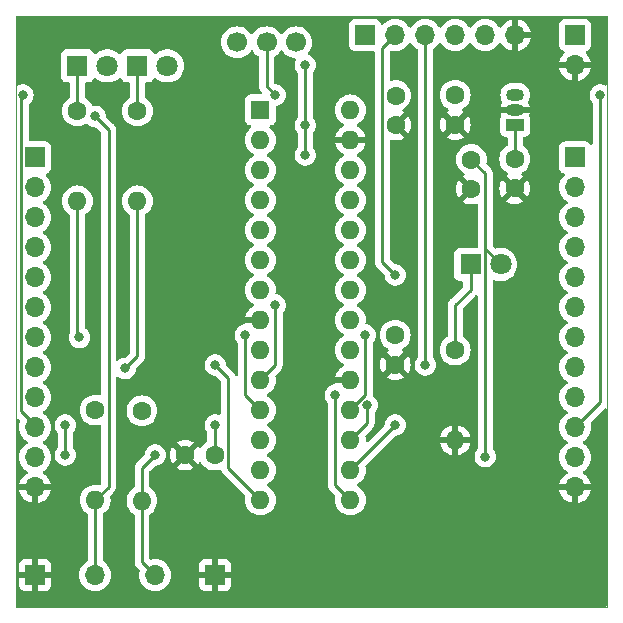
<source format=gbr>
%TF.GenerationSoftware,KiCad,Pcbnew,7.0.1-0*%
%TF.CreationDate,2023-04-19T13:51:38-05:00*%
%TF.ProjectId,ME 433 HW3,4d452034-3333-4204-9857-332e6b696361,rev?*%
%TF.SameCoordinates,Original*%
%TF.FileFunction,Copper,L2,Bot*%
%TF.FilePolarity,Positive*%
%FSLAX46Y46*%
G04 Gerber Fmt 4.6, Leading zero omitted, Abs format (unit mm)*
G04 Created by KiCad (PCBNEW 7.0.1-0) date 2023-04-19 13:51:38*
%MOMM*%
%LPD*%
G01*
G04 APERTURE LIST*
%TA.AperFunction,ComponentPad*%
%ADD10C,1.600000*%
%TD*%
%TA.AperFunction,ComponentPad*%
%ADD11O,1.600000X1.600000*%
%TD*%
%TA.AperFunction,ComponentPad*%
%ADD12R,1.700000X1.700000*%
%TD*%
%TA.AperFunction,ComponentPad*%
%ADD13O,1.700000X1.700000*%
%TD*%
%TA.AperFunction,ComponentPad*%
%ADD14R,1.500000X1.050000*%
%TD*%
%TA.AperFunction,ComponentPad*%
%ADD15O,1.500000X1.050000*%
%TD*%
%TA.AperFunction,ComponentPad*%
%ADD16R,1.800000X1.800000*%
%TD*%
%TA.AperFunction,ComponentPad*%
%ADD17C,1.800000*%
%TD*%
%TA.AperFunction,ComponentPad*%
%ADD18R,1.600000X1.600000*%
%TD*%
%TA.AperFunction,ComponentPad*%
%ADD19C,1.700000*%
%TD*%
%TA.AperFunction,ViaPad*%
%ADD20C,0.800000*%
%TD*%
%TA.AperFunction,Conductor*%
%ADD21C,0.250000*%
%TD*%
%TA.AperFunction,Profile*%
%ADD22C,0.100000*%
%TD*%
G04 APERTURE END LIST*
D10*
%TO.P,R4,1*%
%TO.N,Net-(D2-K)*%
X105174367Y-108020640D03*
D11*
%TO.P,R4,2*%
%TO.N,/GREEN*%
X105174367Y-115640640D03*
%TD*%
D10*
%TO.P,C4,1*%
%TO.N,/VIN*%
X137160000Y-106680000D03*
%TO.P,C4,2*%
%TO.N,GND*%
X137160000Y-109180000D03*
%TD*%
D12*
%TO.P,J1,1,Pin_1*%
%TO.N,Net-(J1-Pin_1)*%
X147320000Y-101600000D03*
D13*
%TO.P,J1,2,Pin_2*%
%TO.N,GND*%
X147320000Y-104140000D03*
%TD*%
D14*
%TO.P,U2,1,VO*%
%TO.N,+3.3V*%
X142240000Y-109220000D03*
D15*
%TO.P,U2,2,GND*%
%TO.N,GND*%
X142240000Y-107950000D03*
%TO.P,U2,3,VI*%
%TO.N,/VIN*%
X142240000Y-106680000D03*
%TD*%
D16*
%TO.P,D1,1,K*%
%TO.N,Net-(D1-K)*%
X138455683Y-121026425D03*
D17*
%TO.P,D1,2,A*%
%TO.N,+3.3V*%
X140995683Y-121026425D03*
%TD*%
D10*
%TO.P,C5,1*%
%TO.N,+3.3V*%
X142196489Y-112093623D03*
%TO.P,C5,2*%
%TO.N,GND*%
X142196489Y-114593623D03*
%TD*%
%TO.P,C1,1*%
%TO.N,+3.3V*%
X116800000Y-137160000D03*
%TO.P,C1,2*%
%TO.N,GND*%
X114300000Y-137160000D03*
%TD*%
D16*
%TO.P,D3,1,K*%
%TO.N,Net-(D3-K)*%
X110254367Y-104210640D03*
D17*
%TO.P,D3,2,A*%
%TO.N,+3.3V*%
X112794367Y-104210640D03*
%TD*%
D12*
%TO.P,J3,1,Pin_1*%
%TO.N,/B15*%
X147320000Y-111960000D03*
D13*
%TO.P,J3,2,Pin_2*%
%TO.N,/B14*%
X147320000Y-114500000D03*
%TO.P,J3,3,Pin_3*%
%TO.N,/B13*%
X147320000Y-117040000D03*
%TO.P,J3,4,Pin_4*%
%TO.N,/B12*%
X147320000Y-119580000D03*
%TO.P,J3,5,Pin_5*%
%TO.N,/B11*%
X147320000Y-122120000D03*
%TO.P,J3,6,Pin_6*%
%TO.N,/B10*%
X147320000Y-124660000D03*
%TO.P,J3,7,Pin_7*%
%TO.N,/B9*%
X147320000Y-127200000D03*
%TO.P,J3,8,Pin_8*%
%TO.N,/B8*%
X147320000Y-129740000D03*
%TO.P,J3,9,Pin_9*%
%TO.N,/B7*%
X147320000Y-132280000D03*
%TO.P,J3,10,Pin_10*%
%TO.N,/VIN*%
X147320000Y-134820000D03*
%TO.P,J3,11,Pin_11*%
%TO.N,+3.3V*%
X147320000Y-137360000D03*
%TO.P,J3,12,Pin_12*%
%TO.N,GND*%
X147320000Y-139900000D03*
%TD*%
D10*
%TO.P,C3,1*%
%TO.N,Net-(U1-VCAP)*%
X132080000Y-127000000D03*
%TO.P,C3,2*%
%TO.N,GND*%
X132080000Y-129500000D03*
%TD*%
%TO.P,R5,1*%
%TO.N,Net-(D3-K)*%
X110254367Y-108020640D03*
D11*
%TO.P,R5,2*%
%TO.N,/YELLOW*%
X110254367Y-115640640D03*
%TD*%
D10*
%TO.P,R2,1*%
%TO.N,+3.3V*%
X106680000Y-133350000D03*
D11*
%TO.P,R2,2*%
%TO.N,/MCLR*%
X106680000Y-140970000D03*
%TD*%
D12*
%TO.P,SW2,1,1*%
%TO.N,GND*%
X101600000Y-147320000D03*
D13*
%TO.P,SW2,2,2*%
%TO.N,/MCLR*%
X106680000Y-147320000D03*
%TD*%
D16*
%TO.P,D2,1,K*%
%TO.N,Net-(D2-K)*%
X105174367Y-104210640D03*
D17*
%TO.P,D2,2,A*%
%TO.N,+3.3V*%
X107714367Y-104210640D03*
%TD*%
D10*
%TO.P,C2,1*%
%TO.N,+3.3V*%
X132120000Y-106720000D03*
%TO.P,C2,2*%
%TO.N,GND*%
X132120000Y-109220000D03*
%TD*%
D12*
%TO.P,SW3,1,1*%
%TO.N,GND*%
X116840000Y-147320000D03*
D13*
%TO.P,SW3,2,2*%
%TO.N,/USER*%
X111760000Y-147320000D03*
%TD*%
D12*
%TO.P,J4,1,Pin_1*%
%TO.N,unconnected-(J4-Pin_1-Pad1)*%
X129540000Y-101600000D03*
D13*
%TO.P,J4,2,Pin_2*%
%TO.N,/U1TX*%
X132080000Y-101600000D03*
%TO.P,J4,3,Pin_3*%
%TO.N,/U1RX*%
X134620000Y-101600000D03*
%TO.P,J4,4,Pin_4*%
%TO.N,+5V*%
X137160000Y-101600000D03*
%TO.P,J4,5,Pin_5*%
%TO.N,unconnected-(J4-Pin_5-Pad5)*%
X139700000Y-101600000D03*
%TO.P,J4,6,Pin_6*%
%TO.N,GND*%
X142240000Y-101600000D03*
%TD*%
D10*
%TO.P,R3,1*%
%TO.N,+3.3V*%
X110640135Y-133409684D03*
D11*
%TO.P,R3,2*%
%TO.N,/USER*%
X110640135Y-141029684D03*
%TD*%
D18*
%TO.P,U1,1,~{MCLR}*%
%TO.N,/MCLR*%
X120660000Y-107935000D03*
D11*
%TO.P,U1,2,A0*%
%TO.N,/A0*%
X120660000Y-110475000D03*
%TO.P,U1,3,A1*%
%TO.N,/A1*%
X120660000Y-113015000D03*
%TO.P,U1,4,B0*%
%TO.N,/B0*%
X120660000Y-115555000D03*
%TO.P,U1,5,B1*%
%TO.N,/B1*%
X120660000Y-118095000D03*
%TO.P,U1,6,B2*%
%TO.N,/B2*%
X120660000Y-120635000D03*
%TO.P,U1,7,B3*%
%TO.N,/U1TX*%
X120660000Y-123175000D03*
%TO.P,U1,8,VSS*%
%TO.N,GND*%
X120660000Y-125715000D03*
%TO.P,U1,9,A2*%
%TO.N,/U1RX*%
X120660000Y-128255000D03*
%TO.P,U1,10,A3*%
%TO.N,/A3*%
X120660000Y-130795000D03*
%TO.P,U1,11,B4*%
%TO.N,/GREEN*%
X120660000Y-133335000D03*
%TO.P,U1,12,A4*%
%TO.N,/USER*%
X120660000Y-135875000D03*
%TO.P,U1,13,VDD*%
%TO.N,+3.3V*%
X120660000Y-138415000D03*
%TO.P,U1,14,B5*%
%TO.N,/YELLOW*%
X120660000Y-140955000D03*
%TO.P,U1,15,B6*%
%TO.N,/B6*%
X128280000Y-140955000D03*
%TO.P,U1,16,B7*%
%TO.N,/B7*%
X128280000Y-138415000D03*
%TO.P,U1,17,B8*%
%TO.N,/B8*%
X128280000Y-135875000D03*
%TO.P,U1,18,B9*%
%TO.N,/B9*%
X128280000Y-133335000D03*
%TO.P,U1,19,VSS*%
%TO.N,GND*%
X128280000Y-130795000D03*
%TO.P,U1,20,VCAP*%
%TO.N,Net-(U1-VCAP)*%
X128280000Y-128255000D03*
%TO.P,U1,21,B10*%
%TO.N,/B10*%
X128280000Y-125715000D03*
%TO.P,U1,22,B11*%
%TO.N,/B11*%
X128280000Y-123175000D03*
%TO.P,U1,23,B12*%
%TO.N,/B12*%
X128280000Y-120635000D03*
%TO.P,U1,24,B13*%
%TO.N,/B13*%
X128280000Y-118095000D03*
%TO.P,U1,25,B14*%
%TO.N,/B14*%
X128280000Y-115555000D03*
%TO.P,U1,26,B15*%
%TO.N,/B15*%
X128280000Y-113015000D03*
%TO.P,U1,27,AVSS*%
%TO.N,GND*%
X128280000Y-110475000D03*
%TO.P,U1,28,AVDD*%
%TO.N,+3.3V*%
X128280000Y-107935000D03*
%TD*%
D10*
%TO.P,C6,1*%
%TO.N,+3.3V*%
X138526626Y-112141284D03*
%TO.P,C6,2*%
%TO.N,GND*%
X138526626Y-114641284D03*
%TD*%
D19*
%TO.P,SW1,1,A*%
%TO.N,+5V*%
X118692852Y-102213822D03*
%TO.P,SW1,2,B*%
%TO.N,/VIN*%
X121192852Y-102213822D03*
%TO.P,SW1,3,C*%
%TO.N,Net-(J1-Pin_1)*%
X123692852Y-102213822D03*
%TD*%
D10*
%TO.P,R1,1*%
%TO.N,Net-(D1-K)*%
X137160000Y-128270000D03*
D11*
%TO.P,R1,2*%
%TO.N,GND*%
X137160000Y-135890000D03*
%TD*%
D12*
%TO.P,J2,1,Pin_1*%
%TO.N,/A0*%
X101600000Y-111960000D03*
D13*
%TO.P,J2,2,Pin_2*%
%TO.N,/A1*%
X101600000Y-114500000D03*
%TO.P,J2,3,Pin_3*%
%TO.N,/B0*%
X101600000Y-117040000D03*
%TO.P,J2,4,Pin_4*%
%TO.N,/B1*%
X101600000Y-119580000D03*
%TO.P,J2,5,Pin_5*%
%TO.N,/B2*%
X101600000Y-122120000D03*
%TO.P,J2,6,Pin_6*%
%TO.N,/A3*%
X101600000Y-124660000D03*
%TO.P,J2,7,Pin_7*%
%TO.N,/GREEN*%
X101600000Y-127200000D03*
%TO.P,J2,8,Pin_8*%
%TO.N,/YELLOW*%
X101600000Y-129740000D03*
%TO.P,J2,9,Pin_9*%
%TO.N,/B6*%
X101600000Y-132280000D03*
%TO.P,J2,10,Pin_10*%
%TO.N,/VIN*%
X101600000Y-134820000D03*
%TO.P,J2,11,Pin_11*%
%TO.N,+3.3V*%
X101600000Y-137360000D03*
%TO.P,J2,12,Pin_12*%
%TO.N,GND*%
X101600000Y-139900000D03*
%TD*%
D20*
%TO.N,+3.3V*%
X139700000Y-137290000D03*
X104140000Y-134620000D03*
X116840000Y-134620000D03*
X124460000Y-109220000D03*
X124460000Y-104140000D03*
X124460000Y-111760000D03*
X104140000Y-137160000D03*
%TO.N,/VIN*%
X121920000Y-106680000D03*
X149440500Y-106680000D03*
X100559500Y-106680000D03*
%TO.N,/A3*%
X121920000Y-124460000D03*
%TO.N,/GREEN*%
X119380000Y-127000000D03*
X105337979Y-127200000D03*
%TO.N,/YELLOW*%
X109220000Y-129833175D03*
X116840000Y-129540000D03*
%TO.N,/B6*%
X127000000Y-132080000D03*
%TO.N,/B9*%
X129540000Y-127000000D03*
%TO.N,/B8*%
X129706765Y-132932834D03*
%TO.N,/B7*%
X132080000Y-134620000D03*
%TO.N,/U1TX*%
X132080000Y-121920000D03*
%TO.N,/U1RX*%
X134620000Y-129540000D03*
%TO.N,/MCLR*%
X106680000Y-108495500D03*
%TO.N,/USER*%
X111760000Y-137160000D03*
%TD*%
D21*
%TO.N,+3.3V*%
X116840000Y-134620000D02*
X116800000Y-134660000D01*
X139700000Y-119380000D02*
X139700000Y-119730742D01*
X139700000Y-113314658D02*
X139700000Y-119380000D01*
X142240000Y-112050112D02*
X142196489Y-112093623D01*
X139700000Y-119730742D02*
X140995683Y-121026425D01*
X124460000Y-111760000D02*
X124460000Y-109220000D01*
X138526626Y-112141284D02*
X139700000Y-113314658D01*
X104140000Y-137160000D02*
X104140000Y-134620000D01*
X116800000Y-134660000D02*
X116800000Y-137160000D01*
X142240000Y-109220000D02*
X142240000Y-112050112D01*
X124460000Y-104140000D02*
X124460000Y-109220000D01*
X139700000Y-119380000D02*
X139700000Y-137290000D01*
%TO.N,/VIN*%
X100425000Y-106814500D02*
X100425000Y-133445000D01*
X149440500Y-106680000D02*
X149440500Y-132699500D01*
X121192852Y-105952852D02*
X121192852Y-102213822D01*
X121920000Y-106680000D02*
X121192852Y-105952852D01*
X149440500Y-132699500D02*
X147320000Y-134820000D01*
X100425000Y-133445000D02*
X101600000Y-134620000D01*
X100559500Y-106680000D02*
X100425000Y-106814500D01*
X101600000Y-134620000D02*
X101600000Y-134820000D01*
%TO.N,Net-(D1-K)*%
X137160000Y-124460000D02*
X137160000Y-128270000D01*
X138455683Y-123164317D02*
X137160000Y-124460000D01*
X138455683Y-121026425D02*
X138455683Y-123164317D01*
%TO.N,Net-(D2-K)*%
X105174367Y-104210640D02*
X105174367Y-108020640D01*
%TO.N,Net-(D3-K)*%
X110254367Y-104210640D02*
X110254367Y-108020640D01*
%TO.N,/A3*%
X121920000Y-124460000D02*
X121920000Y-129535000D01*
X121920000Y-129535000D02*
X120660000Y-130795000D01*
%TO.N,/GREEN*%
X119380000Y-127000000D02*
X119380000Y-132055000D01*
X119380000Y-132055000D02*
X120660000Y-133335000D01*
X105174367Y-127036388D02*
X105337979Y-127200000D01*
X105174367Y-115640640D02*
X105174367Y-127036388D01*
%TO.N,/YELLOW*%
X110254367Y-128798808D02*
X109220000Y-129833175D01*
X116840000Y-129540000D02*
X117925000Y-130625000D01*
X117925000Y-130625000D02*
X117925000Y-138220000D01*
X110254367Y-115640640D02*
X110254367Y-128798808D01*
X117925000Y-138220000D02*
X120660000Y-140955000D01*
%TO.N,/B6*%
X127000000Y-139675000D02*
X128280000Y-140955000D01*
X127000000Y-132080000D02*
X127000000Y-139675000D01*
%TO.N,/B9*%
X129540000Y-127000000D02*
X129540000Y-132075000D01*
X129540000Y-132075000D02*
X128280000Y-133335000D01*
%TO.N,/B8*%
X129706765Y-132932834D02*
X129706765Y-134448235D01*
X129706765Y-134448235D02*
X128280000Y-135875000D01*
%TO.N,/B7*%
X132080000Y-134620000D02*
X132075000Y-134620000D01*
X132075000Y-134620000D02*
X128280000Y-138415000D01*
%TO.N,/U1TX*%
X130995000Y-102685000D02*
X132080000Y-101600000D01*
X132080000Y-121920000D02*
X130995000Y-120835000D01*
X130995000Y-120835000D02*
X130995000Y-102685000D01*
%TO.N,/U1RX*%
X134620000Y-129540000D02*
X134620000Y-101600000D01*
%TO.N,/MCLR*%
X107805000Y-109620500D02*
X107805000Y-139845000D01*
X106680000Y-140970000D02*
X106680000Y-147320000D01*
X106680000Y-108495500D02*
X107805000Y-109620500D01*
X107805000Y-139845000D02*
X106680000Y-140970000D01*
%TO.N,/USER*%
X110640135Y-138279865D02*
X110640135Y-141029684D01*
X111760000Y-137160000D02*
X110640135Y-138279865D01*
X110640135Y-146200135D02*
X111760000Y-147320000D01*
X110640135Y-141029684D02*
X110640135Y-146200135D01*
%TD*%
%TA.AperFunction,Conductor*%
%TO.N,GND*%
G36*
X132080000Y-100014276D02*
G01*
X132132954Y-100000500D01*
X134567046Y-100000500D01*
X134620000Y-100014276D01*
X134672954Y-100000500D01*
X137107046Y-100000500D01*
X137160000Y-100014276D01*
X137212954Y-100000500D01*
X139647046Y-100000500D01*
X139700000Y-100014276D01*
X139752954Y-100000500D01*
X149875500Y-100000500D01*
X149937500Y-100017113D01*
X149982887Y-100062500D01*
X149999500Y-100124500D01*
X149999500Y-105752219D01*
X149984473Y-105811387D01*
X149943035Y-105856214D01*
X149885229Y-105875837D01*
X149825065Y-105865499D01*
X149720300Y-105818854D01*
X149535148Y-105779500D01*
X149535146Y-105779500D01*
X149345854Y-105779500D01*
X149345852Y-105779500D01*
X149160697Y-105818855D01*
X148987769Y-105895848D01*
X148834629Y-106007110D01*
X148707966Y-106147783D01*
X148613320Y-106311715D01*
X148554826Y-106491742D01*
X148535040Y-106680000D01*
X148554826Y-106868257D01*
X148613320Y-107048284D01*
X148707964Y-107212213D01*
X148707967Y-107212216D01*
X148783152Y-107295717D01*
X148806764Y-107334249D01*
X148815000Y-107378687D01*
X148815000Y-110763886D01*
X148799832Y-110823313D01*
X148758040Y-110868201D01*
X148699846Y-110887570D01*
X148639489Y-110876681D01*
X148591733Y-110838197D01*
X148527546Y-110752454D01*
X148412331Y-110666204D01*
X148277483Y-110615909D01*
X148277482Y-110615908D01*
X148217873Y-110609500D01*
X148217869Y-110609500D01*
X146422130Y-110609500D01*
X146362515Y-110615909D01*
X146227669Y-110666204D01*
X146112454Y-110752454D01*
X146026204Y-110867668D01*
X145975909Y-111002516D01*
X145969500Y-111062130D01*
X145969500Y-112857869D01*
X145975909Y-112917484D01*
X145981608Y-112932763D01*
X146026204Y-113052331D01*
X146112454Y-113167546D01*
X146227669Y-113253796D01*
X146339907Y-113295658D01*
X146359082Y-113302810D01*
X146409462Y-113337789D01*
X146436915Y-113392634D01*
X146434726Y-113453926D01*
X146403431Y-113506673D01*
X146281503Y-113628601D01*
X146145965Y-113822170D01*
X146046097Y-114036336D01*
X145984936Y-114264592D01*
X145964340Y-114500000D01*
X145984936Y-114735407D01*
X146002646Y-114801501D01*
X146046097Y-114963663D01*
X146145965Y-115177830D01*
X146281505Y-115371401D01*
X146448599Y-115538495D01*
X146634160Y-115668426D01*
X146673024Y-115712743D01*
X146687035Y-115770000D01*
X146673024Y-115827257D01*
X146634160Y-115871574D01*
X146448611Y-116001497D01*
X146448595Y-116001508D01*
X146281505Y-116168598D01*
X146145965Y-116362170D01*
X146046097Y-116576336D01*
X145984936Y-116804592D01*
X145964340Y-117039999D01*
X145984936Y-117275407D01*
X146029645Y-117442264D01*
X146046097Y-117503663D01*
X146145965Y-117717830D01*
X146281505Y-117911401D01*
X146448599Y-118078495D01*
X146634160Y-118208426D01*
X146673024Y-118252743D01*
X146687035Y-118310000D01*
X146673024Y-118367257D01*
X146634160Y-118411574D01*
X146448611Y-118541497D01*
X146448595Y-118541508D01*
X146281505Y-118708598D01*
X146145965Y-118902170D01*
X146046097Y-119116336D01*
X145984936Y-119344592D01*
X145964340Y-119580000D01*
X145984936Y-119815407D01*
X146003341Y-119884094D01*
X146046097Y-120043663D01*
X146145965Y-120257830D01*
X146281505Y-120451401D01*
X146448599Y-120618495D01*
X146634160Y-120748426D01*
X146673024Y-120792743D01*
X146687035Y-120850000D01*
X146673024Y-120907257D01*
X146634160Y-120951574D01*
X146448611Y-121081497D01*
X146448595Y-121081508D01*
X146281505Y-121248598D01*
X146145965Y-121442170D01*
X146046097Y-121656336D01*
X145984936Y-121884592D01*
X145964340Y-122120000D01*
X145984936Y-122355407D01*
X146010876Y-122452216D01*
X146046097Y-122583663D01*
X146145965Y-122797830D01*
X146281505Y-122991401D01*
X146448599Y-123158495D01*
X146634160Y-123288426D01*
X146673024Y-123332743D01*
X146687035Y-123390000D01*
X146673024Y-123447257D01*
X146634158Y-123491575D01*
X146448611Y-123621497D01*
X146448595Y-123621508D01*
X146281505Y-123788598D01*
X146145965Y-123982170D01*
X146046097Y-124196336D01*
X145984936Y-124424592D01*
X145964340Y-124659999D01*
X145984936Y-124895407D01*
X146010876Y-124992216D01*
X146046097Y-125123663D01*
X146145965Y-125337830D01*
X146281505Y-125531401D01*
X146448599Y-125698495D01*
X146634160Y-125828426D01*
X146673024Y-125872743D01*
X146687035Y-125930000D01*
X146673024Y-125987257D01*
X146634158Y-126031575D01*
X146448611Y-126161497D01*
X146448595Y-126161508D01*
X146281505Y-126328598D01*
X146145965Y-126522170D01*
X146046097Y-126736336D01*
X145984936Y-126964592D01*
X145964340Y-127200000D01*
X145984936Y-127435407D01*
X146029645Y-127602264D01*
X146046097Y-127663663D01*
X146145965Y-127877830D01*
X146281505Y-128071401D01*
X146448599Y-128238495D01*
X146634160Y-128368426D01*
X146673024Y-128412743D01*
X146687035Y-128470000D01*
X146673024Y-128527257D01*
X146634158Y-128571575D01*
X146448611Y-128701497D01*
X146448595Y-128701508D01*
X146281505Y-128868598D01*
X146145965Y-129062170D01*
X146046097Y-129276336D01*
X145984936Y-129504592D01*
X145964340Y-129739999D01*
X145984936Y-129975407D01*
X145998525Y-130026121D01*
X146046097Y-130203663D01*
X146145965Y-130417830D01*
X146281505Y-130611401D01*
X146448599Y-130778495D01*
X146634160Y-130908426D01*
X146673024Y-130952743D01*
X146687035Y-131010000D01*
X146673024Y-131067257D01*
X146634158Y-131111575D01*
X146448611Y-131241497D01*
X146448595Y-131241508D01*
X146281505Y-131408598D01*
X146145965Y-131602170D01*
X146046097Y-131816336D01*
X145984936Y-132044592D01*
X145964340Y-132280000D01*
X145984936Y-132515407D01*
X146010876Y-132612216D01*
X146046097Y-132743663D01*
X146145965Y-132957830D01*
X146281505Y-133151401D01*
X146448599Y-133318495D01*
X146634160Y-133448426D01*
X146673024Y-133492743D01*
X146687035Y-133550000D01*
X146673024Y-133607257D01*
X146634158Y-133651575D01*
X146448611Y-133781497D01*
X146448595Y-133781508D01*
X146281505Y-133948598D01*
X146145965Y-134142170D01*
X146046097Y-134356336D01*
X145984936Y-134584592D01*
X145964340Y-134819999D01*
X145984936Y-135055407D01*
X146010876Y-135152216D01*
X146046097Y-135283663D01*
X146145965Y-135497830D01*
X146281505Y-135691401D01*
X146448599Y-135858495D01*
X146634160Y-135988426D01*
X146673024Y-136032743D01*
X146687035Y-136090000D01*
X146673024Y-136147257D01*
X146634158Y-136191575D01*
X146448611Y-136321497D01*
X146448595Y-136321508D01*
X146281505Y-136488598D01*
X146145965Y-136682170D01*
X146046097Y-136896336D01*
X145984936Y-137124592D01*
X145964340Y-137360000D01*
X145984936Y-137595407D01*
X146024979Y-137744849D01*
X146046097Y-137823663D01*
X146145965Y-138037830D01*
X146281505Y-138231401D01*
X146448599Y-138398495D01*
X146634597Y-138528732D01*
X146673460Y-138573048D01*
X146687471Y-138630305D01*
X146673461Y-138687561D01*
X146634595Y-138731880D01*
X146448919Y-138861892D01*
X146281890Y-139028921D01*
X146146400Y-139222421D01*
X146046569Y-139436507D01*
X145989364Y-139649999D01*
X145989364Y-139650000D01*
X148650636Y-139650000D01*
X148650635Y-139649999D01*
X148593430Y-139436507D01*
X148493599Y-139222421D01*
X148358109Y-139028921D01*
X148191081Y-138861893D01*
X148005404Y-138731880D01*
X147966539Y-138687562D01*
X147952528Y-138630305D01*
X147966539Y-138573048D01*
X148005402Y-138528732D01*
X148191401Y-138398495D01*
X148358495Y-138231401D01*
X148494035Y-138037830D01*
X148593903Y-137823663D01*
X148655063Y-137595408D01*
X148675659Y-137360000D01*
X148655063Y-137124592D01*
X148593903Y-136896337D01*
X148494035Y-136682171D01*
X148358495Y-136488599D01*
X148191401Y-136321505D01*
X148005839Y-136191573D01*
X147966975Y-136147257D01*
X147952964Y-136090000D01*
X147966975Y-136032743D01*
X148005839Y-135988426D01*
X148191401Y-135858495D01*
X148358495Y-135691401D01*
X148494035Y-135497830D01*
X148593903Y-135283663D01*
X148655063Y-135055408D01*
X148675659Y-134820000D01*
X148675555Y-134818817D01*
X148663439Y-134680327D01*
X148655063Y-134584592D01*
X148628143Y-134484126D01*
X148628143Y-134419939D01*
X148660235Y-134364353D01*
X149787818Y-133236771D01*
X149837182Y-133206521D01*
X149894898Y-133201979D01*
X149948385Y-133224134D01*
X149985985Y-133268157D01*
X149999500Y-133324452D01*
X149999500Y-149875500D01*
X149982887Y-149937500D01*
X149937500Y-149982887D01*
X149875500Y-149999500D01*
X100124500Y-149999500D01*
X100062500Y-149982887D01*
X100017113Y-149937500D01*
X100000500Y-149875500D01*
X100000500Y-147570000D01*
X100250000Y-147570000D01*
X100250000Y-148217824D01*
X100256402Y-148277375D01*
X100306647Y-148412089D01*
X100392811Y-148527188D01*
X100507910Y-148613352D01*
X100642624Y-148663597D01*
X100702176Y-148670000D01*
X101350000Y-148670000D01*
X101350000Y-147570000D01*
X101850000Y-147570000D01*
X101850000Y-148670000D01*
X102497824Y-148670000D01*
X102557375Y-148663597D01*
X102692089Y-148613352D01*
X102807188Y-148527188D01*
X102893352Y-148412089D01*
X102943597Y-148277375D01*
X102950000Y-148217824D01*
X102950000Y-147570000D01*
X101850000Y-147570000D01*
X101350000Y-147570000D01*
X100250000Y-147570000D01*
X100000500Y-147570000D01*
X100000500Y-147070000D01*
X100250000Y-147070000D01*
X101350000Y-147070000D01*
X101350000Y-145970000D01*
X101850000Y-145970000D01*
X101850000Y-147070000D01*
X102950000Y-147070000D01*
X102950000Y-146422176D01*
X102943597Y-146362624D01*
X102893352Y-146227910D01*
X102807188Y-146112811D01*
X102692089Y-146026647D01*
X102557375Y-145976402D01*
X102497824Y-145970000D01*
X101850000Y-145970000D01*
X101350000Y-145970000D01*
X100702176Y-145970000D01*
X100642624Y-145976402D01*
X100507910Y-146026647D01*
X100392811Y-146112811D01*
X100306647Y-146227910D01*
X100256402Y-146362624D01*
X100250000Y-146422176D01*
X100250000Y-147070000D01*
X100000500Y-147070000D01*
X100000500Y-140150000D01*
X100269364Y-140150000D01*
X100326569Y-140363492D01*
X100426399Y-140577576D01*
X100561893Y-140771081D01*
X100728918Y-140938106D01*
X100922423Y-141073600D01*
X101136507Y-141173430D01*
X101349999Y-141230635D01*
X101350000Y-141230636D01*
X101350000Y-140150000D01*
X101850000Y-140150000D01*
X101850000Y-141230635D01*
X102063492Y-141173430D01*
X102277576Y-141073600D01*
X102471081Y-140938106D01*
X102638106Y-140771081D01*
X102773600Y-140577576D01*
X102873430Y-140363492D01*
X102930636Y-140150000D01*
X101850000Y-140150000D01*
X101350000Y-140150000D01*
X100269364Y-140150000D01*
X100000500Y-140150000D01*
X100000500Y-137412954D01*
X100014276Y-137360000D01*
X100000500Y-137307046D01*
X100000500Y-134872954D01*
X100014276Y-134820000D01*
X100000500Y-134767046D01*
X100000500Y-134204453D01*
X100014015Y-134148158D01*
X100051615Y-134104135D01*
X100105102Y-134081980D01*
X100162818Y-134086522D01*
X100212181Y-134116772D01*
X100304660Y-134209251D01*
X100332218Y-134251150D01*
X100340927Y-134300537D01*
X100329362Y-134349335D01*
X100326097Y-134356336D01*
X100264936Y-134584592D01*
X100248028Y-134777853D01*
X100233033Y-134820000D01*
X100248028Y-134862147D01*
X100264936Y-135055407D01*
X100290876Y-135152216D01*
X100326097Y-135283663D01*
X100425965Y-135497830D01*
X100561505Y-135691401D01*
X100728599Y-135858495D01*
X100914160Y-135988426D01*
X100953024Y-136032743D01*
X100967035Y-136090000D01*
X100953024Y-136147257D01*
X100914158Y-136191575D01*
X100728611Y-136321497D01*
X100728595Y-136321508D01*
X100561505Y-136488598D01*
X100425965Y-136682170D01*
X100326097Y-136896336D01*
X100264936Y-137124592D01*
X100248028Y-137317853D01*
X100233033Y-137360000D01*
X100248028Y-137402147D01*
X100264936Y-137595407D01*
X100304979Y-137744849D01*
X100326097Y-137823663D01*
X100425965Y-138037830D01*
X100561505Y-138231401D01*
X100728599Y-138398495D01*
X100914597Y-138528732D01*
X100953460Y-138573048D01*
X100967471Y-138630305D01*
X100953461Y-138687561D01*
X100914595Y-138731880D01*
X100728919Y-138861892D01*
X100561890Y-139028921D01*
X100426400Y-139222421D01*
X100326569Y-139436507D01*
X100269364Y-139649999D01*
X100269364Y-139650000D01*
X102930636Y-139650000D01*
X102930635Y-139649999D01*
X102873430Y-139436507D01*
X102773599Y-139222421D01*
X102638109Y-139028921D01*
X102471081Y-138861893D01*
X102285404Y-138731880D01*
X102246539Y-138687562D01*
X102232528Y-138630305D01*
X102246539Y-138573048D01*
X102285402Y-138528732D01*
X102471401Y-138398495D01*
X102638495Y-138231401D01*
X102774035Y-138037830D01*
X102873903Y-137823663D01*
X102935063Y-137595408D01*
X102955659Y-137360000D01*
X102938161Y-137160000D01*
X103234540Y-137160000D01*
X103236525Y-137178884D01*
X103254326Y-137348257D01*
X103312820Y-137528284D01*
X103407466Y-137692216D01*
X103534129Y-137832889D01*
X103687269Y-137944151D01*
X103860197Y-138021144D01*
X104045352Y-138060500D01*
X104045354Y-138060500D01*
X104234646Y-138060500D01*
X104234648Y-138060500D01*
X104358083Y-138034262D01*
X104419803Y-138021144D01*
X104592730Y-137944151D01*
X104673495Y-137885472D01*
X104745870Y-137832889D01*
X104809460Y-137762266D01*
X104872533Y-137692216D01*
X104967179Y-137528284D01*
X105025674Y-137348256D01*
X105045460Y-137160000D01*
X105025674Y-136971744D01*
X104967179Y-136791716D01*
X104967179Y-136791715D01*
X104872535Y-136627786D01*
X104839694Y-136591313D01*
X104797347Y-136544282D01*
X104773736Y-136505751D01*
X104765500Y-136461313D01*
X104765500Y-135318687D01*
X104773736Y-135274249D01*
X104797347Y-135235717D01*
X104872533Y-135152216D01*
X104939711Y-135035861D01*
X104967179Y-134988284D01*
X104984810Y-134934021D01*
X105025674Y-134808256D01*
X105045460Y-134620000D01*
X105025674Y-134431744D01*
X104967179Y-134251716D01*
X104967179Y-134251715D01*
X104872533Y-134087783D01*
X104745870Y-133947110D01*
X104592730Y-133835848D01*
X104419802Y-133758855D01*
X104234648Y-133719500D01*
X104234646Y-133719500D01*
X104045354Y-133719500D01*
X104045352Y-133719500D01*
X103860197Y-133758855D01*
X103687269Y-133835848D01*
X103534129Y-133947110D01*
X103407466Y-134087783D01*
X103312820Y-134251715D01*
X103254326Y-134431742D01*
X103234540Y-134620000D01*
X103254326Y-134808257D01*
X103312820Y-134988284D01*
X103407464Y-135152213D01*
X103407467Y-135152216D01*
X103482652Y-135235717D01*
X103506264Y-135274249D01*
X103514500Y-135318687D01*
X103514500Y-136461313D01*
X103506264Y-136505751D01*
X103482652Y-136544282D01*
X103454859Y-136575150D01*
X103407464Y-136627786D01*
X103312820Y-136791715D01*
X103254326Y-136971742D01*
X103234540Y-137159999D01*
X103234540Y-137160000D01*
X102938161Y-137160000D01*
X102935063Y-137124592D01*
X102873903Y-136896337D01*
X102774035Y-136682171D01*
X102638495Y-136488599D01*
X102471401Y-136321505D01*
X102285839Y-136191573D01*
X102246975Y-136147257D01*
X102232964Y-136090000D01*
X102246975Y-136032743D01*
X102285839Y-135988426D01*
X102471401Y-135858495D01*
X102638495Y-135691401D01*
X102774035Y-135497830D01*
X102873903Y-135283663D01*
X102935063Y-135055408D01*
X102955659Y-134820000D01*
X102935063Y-134584592D01*
X102873903Y-134356337D01*
X102774035Y-134142171D01*
X102638495Y-133948599D01*
X102471401Y-133781505D01*
X102285839Y-133651573D01*
X102246975Y-133607257D01*
X102232964Y-133550000D01*
X102246975Y-133492743D01*
X102285839Y-133448426D01*
X102471401Y-133318495D01*
X102638495Y-133151401D01*
X102774035Y-132957830D01*
X102873903Y-132743663D01*
X102935063Y-132515408D01*
X102955659Y-132280000D01*
X102953904Y-132259946D01*
X102935063Y-132044592D01*
X102894107Y-131891742D01*
X102873903Y-131816337D01*
X102774035Y-131602171D01*
X102638495Y-131408599D01*
X102471401Y-131241505D01*
X102285839Y-131111573D01*
X102246976Y-131067257D01*
X102232965Y-131010000D01*
X102246976Y-130952743D01*
X102285839Y-130908426D01*
X102471401Y-130778495D01*
X102638495Y-130611401D01*
X102774035Y-130417830D01*
X102873903Y-130203663D01*
X102935063Y-129975408D01*
X102955659Y-129740000D01*
X102935063Y-129504592D01*
X102873903Y-129276337D01*
X102774035Y-129062171D01*
X102638495Y-128868599D01*
X102471401Y-128701505D01*
X102285839Y-128571573D01*
X102246976Y-128527257D01*
X102232965Y-128470000D01*
X102246976Y-128412743D01*
X102285839Y-128368426D01*
X102471401Y-128238495D01*
X102638495Y-128071401D01*
X102774035Y-127877830D01*
X102873903Y-127663663D01*
X102935063Y-127435408D01*
X102955659Y-127200000D01*
X102935063Y-126964592D01*
X102873903Y-126736337D01*
X102774035Y-126522171D01*
X102638495Y-126328599D01*
X102471401Y-126161505D01*
X102285839Y-126031573D01*
X102246975Y-125987257D01*
X102232964Y-125930000D01*
X102246975Y-125872743D01*
X102285839Y-125828426D01*
X102471401Y-125698495D01*
X102638495Y-125531401D01*
X102774035Y-125337830D01*
X102873903Y-125123663D01*
X102935063Y-124895408D01*
X102955659Y-124660000D01*
X102935063Y-124424592D01*
X102873903Y-124196337D01*
X102774035Y-123982171D01*
X102638495Y-123788599D01*
X102471401Y-123621505D01*
X102285839Y-123491573D01*
X102246975Y-123447257D01*
X102232964Y-123390000D01*
X102246975Y-123332743D01*
X102285839Y-123288426D01*
X102471401Y-123158495D01*
X102638495Y-122991401D01*
X102774035Y-122797830D01*
X102873903Y-122583663D01*
X102935063Y-122355408D01*
X102955659Y-122120000D01*
X102935063Y-121884592D01*
X102873903Y-121656337D01*
X102774035Y-121442171D01*
X102638495Y-121248599D01*
X102471401Y-121081505D01*
X102285839Y-120951573D01*
X102246974Y-120907255D01*
X102232964Y-120849999D01*
X102246975Y-120792742D01*
X102285837Y-120748428D01*
X102471401Y-120618495D01*
X102638495Y-120451401D01*
X102774035Y-120257830D01*
X102873903Y-120043663D01*
X102935063Y-119815408D01*
X102955659Y-119580000D01*
X102935063Y-119344592D01*
X102873903Y-119116337D01*
X102774035Y-118902171D01*
X102638495Y-118708599D01*
X102471401Y-118541505D01*
X102285839Y-118411573D01*
X102246974Y-118367255D01*
X102232964Y-118309999D01*
X102246975Y-118252742D01*
X102285837Y-118208428D01*
X102471401Y-118078495D01*
X102638495Y-117911401D01*
X102774035Y-117717830D01*
X102873903Y-117503663D01*
X102935063Y-117275408D01*
X102955659Y-117040000D01*
X102935063Y-116804592D01*
X102873903Y-116576337D01*
X102774035Y-116362171D01*
X102638495Y-116168599D01*
X102471401Y-116001505D01*
X102285839Y-115871573D01*
X102246975Y-115827257D01*
X102232964Y-115770000D01*
X102246975Y-115712743D01*
X102285839Y-115668426D01*
X102325522Y-115640640D01*
X103868898Y-115640640D01*
X103888731Y-115867329D01*
X103947628Y-116087137D01*
X104043799Y-116293375D01*
X104174320Y-116479780D01*
X104335226Y-116640686D01*
X104495990Y-116753253D01*
X104534856Y-116797571D01*
X104548867Y-116854828D01*
X104548867Y-126732556D01*
X104532254Y-126794556D01*
X104510799Y-126831715D01*
X104452305Y-127011742D01*
X104432519Y-127199999D01*
X104452305Y-127388257D01*
X104510799Y-127568284D01*
X104605445Y-127732216D01*
X104732108Y-127872889D01*
X104885248Y-127984151D01*
X105058176Y-128061144D01*
X105243331Y-128100500D01*
X105243333Y-128100500D01*
X105432625Y-128100500D01*
X105432627Y-128100500D01*
X105569526Y-128071401D01*
X105617782Y-128061144D01*
X105790709Y-127984151D01*
X105943850Y-127872888D01*
X106070512Y-127732216D01*
X106165158Y-127568284D01*
X106223653Y-127388256D01*
X106243439Y-127200000D01*
X106223653Y-127011744D01*
X106165158Y-126831716D01*
X106165158Y-126831715D01*
X106070512Y-126667783D01*
X105943852Y-126527114D01*
X105943851Y-126527113D01*
X105943850Y-126527112D01*
X105850979Y-126459638D01*
X105813382Y-126415617D01*
X105799867Y-126359322D01*
X105799867Y-116854828D01*
X105813878Y-116797571D01*
X105852744Y-116753253D01*
X105949409Y-116685568D01*
X106013506Y-116640687D01*
X106174414Y-116479779D01*
X106304935Y-116293374D01*
X106401106Y-116087136D01*
X106460002Y-115867332D01*
X106479835Y-115640640D01*
X106460002Y-115413948D01*
X106401106Y-115194144D01*
X106304935Y-114987906D01*
X106287959Y-114963662D01*
X106174413Y-114801499D01*
X106013507Y-114640593D01*
X105827102Y-114510072D01*
X105620864Y-114413901D01*
X105401056Y-114355004D01*
X105174367Y-114335171D01*
X104947677Y-114355004D01*
X104727869Y-114413901D01*
X104521631Y-114510072D01*
X104335226Y-114640593D01*
X104174320Y-114801499D01*
X104043799Y-114987904D01*
X103947628Y-115194142D01*
X103888731Y-115413950D01*
X103868898Y-115640640D01*
X102325522Y-115640640D01*
X102471401Y-115538495D01*
X102638495Y-115371401D01*
X102774035Y-115177830D01*
X102873903Y-114963663D01*
X102935063Y-114735408D01*
X102955659Y-114500000D01*
X102935063Y-114264592D01*
X102873903Y-114036337D01*
X102774035Y-113822171D01*
X102638495Y-113628599D01*
X102516569Y-113506673D01*
X102485273Y-113453927D01*
X102483084Y-113392634D01*
X102510537Y-113337789D01*
X102560916Y-113302810D01*
X102692331Y-113253796D01*
X102807546Y-113167546D01*
X102893796Y-113052331D01*
X102944091Y-112917483D01*
X102950500Y-112857873D01*
X102950499Y-111062128D01*
X102944091Y-111002517D01*
X102893796Y-110867669D01*
X102807546Y-110752454D01*
X102692331Y-110666204D01*
X102557483Y-110615909D01*
X102497873Y-110609500D01*
X102497869Y-110609500D01*
X102497826Y-110609500D01*
X101174499Y-110609500D01*
X101112500Y-110592888D01*
X101067113Y-110547501D01*
X101050500Y-110485501D01*
X101050500Y-107499527D01*
X101064015Y-107443232D01*
X101101616Y-107399208D01*
X101129861Y-107378687D01*
X101165371Y-107352888D01*
X101292033Y-107212216D01*
X101386679Y-107048284D01*
X101445174Y-106868256D01*
X101464960Y-106680000D01*
X101445174Y-106491744D01*
X101386679Y-106311716D01*
X101386679Y-106311715D01*
X101292033Y-106147783D01*
X101165370Y-106007110D01*
X101012230Y-105895848D01*
X100839302Y-105818855D01*
X100654148Y-105779500D01*
X100654146Y-105779500D01*
X100464854Y-105779500D01*
X100464852Y-105779500D01*
X100279699Y-105818854D01*
X100174935Y-105865499D01*
X100114771Y-105875837D01*
X100056965Y-105856214D01*
X100015527Y-105811387D01*
X100000500Y-105752219D01*
X100000500Y-105158509D01*
X103773867Y-105158509D01*
X103780276Y-105218124D01*
X103790133Y-105244551D01*
X103830571Y-105352971D01*
X103916821Y-105468186D01*
X104032036Y-105554436D01*
X104166884Y-105604731D01*
X104226494Y-105611140D01*
X104424867Y-105611140D01*
X104486867Y-105627753D01*
X104532254Y-105673140D01*
X104548867Y-105735140D01*
X104548867Y-106806452D01*
X104534856Y-106863709D01*
X104495990Y-106908027D01*
X104335226Y-107020593D01*
X104174320Y-107181499D01*
X104043799Y-107367904D01*
X103947628Y-107574142D01*
X103888731Y-107793950D01*
X103868898Y-108020640D01*
X103888731Y-108247329D01*
X103947628Y-108467137D01*
X104043799Y-108673375D01*
X104174320Y-108859780D01*
X104335226Y-109020686D01*
X104521631Y-109151207D01*
X104521632Y-109151207D01*
X104521633Y-109151208D01*
X104727871Y-109247379D01*
X104947675Y-109306275D01*
X105174367Y-109326108D01*
X105401059Y-109306275D01*
X105620863Y-109247379D01*
X105827101Y-109151208D01*
X105879257Y-109114687D01*
X105934550Y-109093278D01*
X105993465Y-109099991D01*
X106042528Y-109133292D01*
X106074129Y-109168389D01*
X106227269Y-109279651D01*
X106400197Y-109356644D01*
X106585352Y-109396000D01*
X106585354Y-109396000D01*
X106644548Y-109396000D01*
X106692001Y-109405439D01*
X106732229Y-109432319D01*
X107143181Y-109843272D01*
X107170061Y-109883500D01*
X107179500Y-109930953D01*
X107179500Y-131975863D01*
X107166712Y-132030707D01*
X107130987Y-132074239D01*
X107079691Y-132097480D01*
X107023407Y-132095638D01*
X106906691Y-132064364D01*
X106680000Y-132044531D01*
X106453310Y-132064364D01*
X106233502Y-132123261D01*
X106027264Y-132219432D01*
X105840859Y-132349953D01*
X105679953Y-132510859D01*
X105549432Y-132697264D01*
X105453261Y-132903502D01*
X105394364Y-133123310D01*
X105374531Y-133350000D01*
X105394364Y-133576689D01*
X105453261Y-133796497D01*
X105549432Y-134002735D01*
X105679953Y-134189140D01*
X105840859Y-134350046D01*
X106027264Y-134480567D01*
X106027265Y-134480567D01*
X106027266Y-134480568D01*
X106233504Y-134576739D01*
X106453308Y-134635635D01*
X106680000Y-134655468D01*
X106906692Y-134635635D01*
X106949626Y-134624131D01*
X107023407Y-134604362D01*
X107079691Y-134602520D01*
X107130987Y-134625761D01*
X107166712Y-134669293D01*
X107179500Y-134724137D01*
X107179500Y-139534546D01*
X107170061Y-139581999D01*
X107143180Y-139622228D01*
X107094820Y-139670587D01*
X107039233Y-139702680D01*
X106975047Y-139702680D01*
X106906690Y-139684364D01*
X106679999Y-139664531D01*
X106453310Y-139684364D01*
X106233502Y-139743261D01*
X106027264Y-139839432D01*
X105840859Y-139969953D01*
X105679953Y-140130859D01*
X105549432Y-140317264D01*
X105453261Y-140523502D01*
X105394364Y-140743310D01*
X105374531Y-140970000D01*
X105394364Y-141196689D01*
X105453261Y-141416497D01*
X105549432Y-141622735D01*
X105679953Y-141809140D01*
X105840859Y-141970046D01*
X106001623Y-142082613D01*
X106040489Y-142126931D01*
X106054500Y-142184188D01*
X106054500Y-146044774D01*
X106040489Y-146102031D01*
X106001623Y-146146349D01*
X105808598Y-146281505D01*
X105641505Y-146448598D01*
X105505965Y-146642170D01*
X105406097Y-146856336D01*
X105344936Y-147084592D01*
X105324340Y-147320000D01*
X105344936Y-147555407D01*
X105389709Y-147722501D01*
X105406097Y-147783663D01*
X105505965Y-147997830D01*
X105641505Y-148191401D01*
X105808599Y-148358495D01*
X106002170Y-148494035D01*
X106216337Y-148593903D01*
X106444591Y-148655062D01*
X106444592Y-148655063D01*
X106679999Y-148675659D01*
X106679999Y-148675658D01*
X106680000Y-148675659D01*
X106915408Y-148655063D01*
X107143663Y-148593903D01*
X107357830Y-148494035D01*
X107551401Y-148358495D01*
X107718495Y-148191401D01*
X107854035Y-147997830D01*
X107953903Y-147783663D01*
X108015063Y-147555408D01*
X108035659Y-147320000D01*
X108015063Y-147084592D01*
X107953903Y-146856337D01*
X107854035Y-146642171D01*
X107718495Y-146448599D01*
X107551401Y-146281505D01*
X107358374Y-146146346D01*
X107319511Y-146102030D01*
X107305500Y-146044773D01*
X107305500Y-142184188D01*
X107319511Y-142126931D01*
X107358377Y-142082613D01*
X107519140Y-141970046D01*
X107680046Y-141809140D01*
X107810567Y-141622735D01*
X107810568Y-141622734D01*
X107906739Y-141416496D01*
X107965635Y-141196692D01*
X107980246Y-141029684D01*
X109334666Y-141029684D01*
X109354499Y-141256373D01*
X109413396Y-141476181D01*
X109509567Y-141682419D01*
X109640088Y-141868824D01*
X109800994Y-142029730D01*
X109961758Y-142142297D01*
X110000624Y-142186615D01*
X110014635Y-142243872D01*
X110014635Y-146117391D01*
X110012370Y-146137897D01*
X110014574Y-146208008D01*
X110014635Y-146211903D01*
X110014635Y-146239484D01*
X110015138Y-146243469D01*
X110016053Y-146255102D01*
X110017425Y-146298761D01*
X110023014Y-146317995D01*
X110026960Y-146337051D01*
X110029470Y-146356927D01*
X110045549Y-146397539D01*
X110049332Y-146408586D01*
X110061517Y-146450526D01*
X110071715Y-146467770D01*
X110080271Y-146485235D01*
X110087649Y-146503867D01*
X110087650Y-146503868D01*
X110113315Y-146539194D01*
X110119728Y-146548957D01*
X110141961Y-146586551D01*
X110141964Y-146586554D01*
X110141965Y-146586555D01*
X110156130Y-146600720D01*
X110168762Y-146615510D01*
X110180541Y-146631722D01*
X110214193Y-146659561D01*
X110222834Y-146667424D01*
X110419762Y-146864352D01*
X110451856Y-146919939D01*
X110451856Y-146984126D01*
X110424936Y-147084593D01*
X110404340Y-147320000D01*
X110424936Y-147555407D01*
X110469709Y-147722501D01*
X110486097Y-147783663D01*
X110585965Y-147997830D01*
X110721505Y-148191401D01*
X110888599Y-148358495D01*
X111082170Y-148494035D01*
X111296337Y-148593903D01*
X111524591Y-148655062D01*
X111524592Y-148655063D01*
X111759999Y-148675659D01*
X111759999Y-148675658D01*
X111760000Y-148675659D01*
X111995408Y-148655063D01*
X112223663Y-148593903D01*
X112437830Y-148494035D01*
X112631401Y-148358495D01*
X112798495Y-148191401D01*
X112934035Y-147997830D01*
X113033903Y-147783663D01*
X113091153Y-147570000D01*
X115490000Y-147570000D01*
X115490000Y-148217824D01*
X115496402Y-148277375D01*
X115546647Y-148412089D01*
X115632811Y-148527188D01*
X115747910Y-148613352D01*
X115882624Y-148663597D01*
X115942176Y-148670000D01*
X116590000Y-148670000D01*
X116590000Y-147570000D01*
X117090000Y-147570000D01*
X117090000Y-148670000D01*
X117737824Y-148670000D01*
X117797375Y-148663597D01*
X117932089Y-148613352D01*
X118047188Y-148527188D01*
X118133352Y-148412089D01*
X118183597Y-148277375D01*
X118190000Y-148217824D01*
X118190000Y-147570000D01*
X117090000Y-147570000D01*
X116590000Y-147570000D01*
X115490000Y-147570000D01*
X113091153Y-147570000D01*
X113095063Y-147555408D01*
X113115659Y-147320000D01*
X113095063Y-147084592D01*
X113091153Y-147070000D01*
X115490000Y-147070000D01*
X116590000Y-147070000D01*
X116590000Y-145970000D01*
X117090000Y-145970000D01*
X117090000Y-147070000D01*
X118190000Y-147070000D01*
X118190000Y-146422176D01*
X118183597Y-146362624D01*
X118133352Y-146227910D01*
X118047188Y-146112811D01*
X117932089Y-146026647D01*
X117797375Y-145976402D01*
X117737824Y-145970000D01*
X117090000Y-145970000D01*
X116590000Y-145970000D01*
X115942176Y-145970000D01*
X115882624Y-145976402D01*
X115747910Y-146026647D01*
X115632811Y-146112811D01*
X115546647Y-146227910D01*
X115496402Y-146362624D01*
X115490000Y-146422176D01*
X115490000Y-147070000D01*
X113091153Y-147070000D01*
X113033903Y-146856337D01*
X112934035Y-146642171D01*
X112798495Y-146448599D01*
X112631401Y-146281505D01*
X112437830Y-146145965D01*
X112223663Y-146046097D01*
X112151074Y-146026647D01*
X111995407Y-145984936D01*
X111760000Y-145964340D01*
X111524591Y-145984936D01*
X111424125Y-146011855D01*
X111359939Y-146011855D01*
X111304352Y-145979761D01*
X111301954Y-145977363D01*
X111275074Y-145937135D01*
X111265635Y-145889682D01*
X111265635Y-142243872D01*
X111279646Y-142186615D01*
X111318512Y-142142297D01*
X111479275Y-142029730D01*
X111640181Y-141868824D01*
X111770702Y-141682419D01*
X111770703Y-141682418D01*
X111866874Y-141476180D01*
X111925770Y-141256376D01*
X111945603Y-141029684D01*
X111925770Y-140802992D01*
X111866874Y-140583188D01*
X111770703Y-140376950D01*
X111748895Y-140345805D01*
X111640181Y-140190543D01*
X111479275Y-140029637D01*
X111318512Y-139917071D01*
X111279646Y-139872753D01*
X111265635Y-139815496D01*
X111265635Y-138590317D01*
X111275074Y-138542864D01*
X111301954Y-138502636D01*
X111565565Y-138239026D01*
X113574526Y-138239026D01*
X113647515Y-138290133D01*
X113853673Y-138386266D01*
X114073397Y-138445141D01*
X114299999Y-138464966D01*
X114526602Y-138445141D01*
X114746326Y-138386266D01*
X114952480Y-138290134D01*
X115025472Y-138239025D01*
X114300001Y-137513553D01*
X114300000Y-137513553D01*
X113574526Y-138239025D01*
X113574526Y-138239026D01*
X111565565Y-138239026D01*
X111707772Y-138096819D01*
X111748000Y-138069939D01*
X111795453Y-138060500D01*
X111854648Y-138060500D01*
X111978083Y-138034262D01*
X112039803Y-138021144D01*
X112212730Y-137944151D01*
X112293495Y-137885472D01*
X112365870Y-137832889D01*
X112429460Y-137762266D01*
X112492533Y-137692216D01*
X112587179Y-137528284D01*
X112645674Y-137348256D01*
X112665460Y-137160000D01*
X112995033Y-137160000D01*
X113014858Y-137386602D01*
X113073733Y-137606326D01*
X113169866Y-137812484D01*
X113220972Y-137885471D01*
X113220974Y-137885472D01*
X113946446Y-137160001D01*
X114653553Y-137160001D01*
X115379025Y-137885472D01*
X115430131Y-137812484D01*
X115437340Y-137797026D01*
X115483097Y-137744849D01*
X115549722Y-137725428D01*
X115616348Y-137744847D01*
X115662106Y-137797023D01*
X115669432Y-137812735D01*
X115799953Y-137999140D01*
X115960859Y-138160046D01*
X116147264Y-138290567D01*
X116147265Y-138290567D01*
X116147266Y-138290568D01*
X116353504Y-138386739D01*
X116573308Y-138445635D01*
X116800000Y-138465468D01*
X117026692Y-138445635D01*
X117199330Y-138399376D01*
X117262644Y-138399147D01*
X117317820Y-138430207D01*
X117335076Y-138458880D01*
X117338410Y-138456909D01*
X117356580Y-138487635D01*
X117365136Y-138505100D01*
X117372514Y-138523732D01*
X117372515Y-138523733D01*
X117398180Y-138559059D01*
X117404593Y-138568822D01*
X117426826Y-138606416D01*
X117426829Y-138606419D01*
X117426830Y-138606420D01*
X117440995Y-138620585D01*
X117453627Y-138635375D01*
X117465406Y-138651587D01*
X117499058Y-138679426D01*
X117507699Y-138687289D01*
X119360586Y-140540177D01*
X119392680Y-140595764D01*
X119392680Y-140659950D01*
X119374364Y-140728307D01*
X119354531Y-140955000D01*
X119374364Y-141181689D01*
X119433261Y-141401497D01*
X119529432Y-141607735D01*
X119659953Y-141794140D01*
X119820859Y-141955046D01*
X120007264Y-142085567D01*
X120007265Y-142085567D01*
X120007266Y-142085568D01*
X120213504Y-142181739D01*
X120433308Y-142240635D01*
X120584435Y-142253856D01*
X120659999Y-142260468D01*
X120659999Y-142260467D01*
X120660000Y-142260468D01*
X120886692Y-142240635D01*
X121106496Y-142181739D01*
X121312734Y-142085568D01*
X121499139Y-141955047D01*
X121660047Y-141794139D01*
X121790568Y-141607734D01*
X121886739Y-141401496D01*
X121945635Y-141181692D01*
X121965468Y-140955000D01*
X121945635Y-140728308D01*
X121886739Y-140508504D01*
X121790568Y-140302266D01*
X121775232Y-140280364D01*
X121660046Y-140115859D01*
X121499140Y-139954953D01*
X121312736Y-139824433D01*
X121293571Y-139815496D01*
X121254722Y-139797380D01*
X121202548Y-139751623D01*
X121183129Y-139684997D01*
X121202549Y-139618372D01*
X121254721Y-139572619D01*
X121312734Y-139545568D01*
X121499139Y-139415047D01*
X121660047Y-139254139D01*
X121790568Y-139067734D01*
X121886739Y-138861496D01*
X121945635Y-138641692D01*
X121965468Y-138415000D01*
X121962995Y-138386739D01*
X121956737Y-138315209D01*
X121945635Y-138188308D01*
X121886739Y-137968504D01*
X121790568Y-137762266D01*
X121778371Y-137744847D01*
X121660046Y-137575859D01*
X121499140Y-137414953D01*
X121312733Y-137284431D01*
X121254725Y-137257382D01*
X121202549Y-137211625D01*
X121183129Y-137145000D01*
X121202549Y-137078375D01*
X121254725Y-137032618D01*
X121281497Y-137020134D01*
X121312734Y-137005568D01*
X121499139Y-136875047D01*
X121660047Y-136714139D01*
X121790568Y-136527734D01*
X121886739Y-136321496D01*
X121945635Y-136101692D01*
X121965468Y-135875000D01*
X121945635Y-135648308D01*
X121886739Y-135428504D01*
X121790568Y-135222266D01*
X121673733Y-135055407D01*
X121660046Y-135035859D01*
X121499140Y-134874953D01*
X121312733Y-134744431D01*
X121271727Y-134725310D01*
X121254724Y-134717381D01*
X121202549Y-134671625D01*
X121183129Y-134605000D01*
X121202549Y-134538375D01*
X121254725Y-134492618D01*
X121312734Y-134465568D01*
X121499139Y-134335047D01*
X121660047Y-134174139D01*
X121790568Y-133987734D01*
X121886739Y-133781496D01*
X121945635Y-133561692D01*
X121965468Y-133335000D01*
X121945635Y-133108308D01*
X121886739Y-132888504D01*
X121790568Y-132682266D01*
X121781984Y-132670007D01*
X121660046Y-132495859D01*
X121499140Y-132334953D01*
X121312733Y-132204431D01*
X121254725Y-132177382D01*
X121202549Y-132131625D01*
X121187501Y-132080000D01*
X126094540Y-132080000D01*
X126114326Y-132268257D01*
X126172820Y-132448284D01*
X126267464Y-132612213D01*
X126267467Y-132612216D01*
X126342652Y-132695717D01*
X126366264Y-132734249D01*
X126374500Y-132778687D01*
X126374500Y-139592256D01*
X126372235Y-139612762D01*
X126374439Y-139682873D01*
X126374500Y-139686768D01*
X126374500Y-139714349D01*
X126375003Y-139718334D01*
X126375918Y-139729967D01*
X126377290Y-139773626D01*
X126382879Y-139792860D01*
X126386825Y-139811916D01*
X126389335Y-139831792D01*
X126405414Y-139872404D01*
X126409197Y-139883451D01*
X126421382Y-139925391D01*
X126431580Y-139942635D01*
X126440136Y-139960100D01*
X126447514Y-139978732D01*
X126447515Y-139978733D01*
X126473180Y-140014059D01*
X126479593Y-140023822D01*
X126501826Y-140061416D01*
X126501829Y-140061419D01*
X126501830Y-140061420D01*
X126515995Y-140075585D01*
X126528627Y-140090375D01*
X126540406Y-140106587D01*
X126574058Y-140134426D01*
X126582699Y-140142289D01*
X126980586Y-140540177D01*
X127012680Y-140595764D01*
X127012680Y-140659950D01*
X126994364Y-140728307D01*
X126974531Y-140955000D01*
X126994364Y-141181689D01*
X127053261Y-141401497D01*
X127149432Y-141607735D01*
X127279953Y-141794140D01*
X127440859Y-141955046D01*
X127627264Y-142085567D01*
X127627265Y-142085567D01*
X127627266Y-142085568D01*
X127833504Y-142181739D01*
X128053308Y-142240635D01*
X128204435Y-142253856D01*
X128279999Y-142260468D01*
X128279999Y-142260467D01*
X128280000Y-142260468D01*
X128506692Y-142240635D01*
X128726496Y-142181739D01*
X128932734Y-142085568D01*
X129119139Y-141955047D01*
X129280047Y-141794139D01*
X129410568Y-141607734D01*
X129506739Y-141401496D01*
X129565635Y-141181692D01*
X129585468Y-140955000D01*
X129565635Y-140728308D01*
X129506739Y-140508504D01*
X129410568Y-140302266D01*
X129395232Y-140280364D01*
X129303951Y-140150000D01*
X145989364Y-140150000D01*
X146046569Y-140363492D01*
X146146399Y-140577576D01*
X146281893Y-140771081D01*
X146448918Y-140938106D01*
X146642423Y-141073600D01*
X146856507Y-141173430D01*
X147069999Y-141230635D01*
X147070000Y-141230636D01*
X147070000Y-140150000D01*
X147570000Y-140150000D01*
X147570000Y-141230635D01*
X147783492Y-141173430D01*
X147997576Y-141073600D01*
X148191081Y-140938106D01*
X148358106Y-140771081D01*
X148493600Y-140577576D01*
X148593430Y-140363492D01*
X148650636Y-140150000D01*
X147570000Y-140150000D01*
X147070000Y-140150000D01*
X145989364Y-140150000D01*
X129303951Y-140150000D01*
X129280046Y-140115859D01*
X129119140Y-139954953D01*
X128932736Y-139824433D01*
X128913571Y-139815496D01*
X128874722Y-139797380D01*
X128822548Y-139751623D01*
X128803129Y-139684997D01*
X128822549Y-139618372D01*
X128874721Y-139572619D01*
X128932734Y-139545568D01*
X129119139Y-139415047D01*
X129280047Y-139254139D01*
X129410568Y-139067734D01*
X129506739Y-138861496D01*
X129565635Y-138641692D01*
X129585468Y-138415000D01*
X129582995Y-138386739D01*
X129576737Y-138315209D01*
X129565635Y-138188308D01*
X129547319Y-138119951D01*
X129547319Y-138055763D01*
X129579411Y-138000178D01*
X131439590Y-136140000D01*
X135881128Y-136140000D01*
X135933733Y-136336326D01*
X136029865Y-136542480D01*
X136160341Y-136728819D01*
X136321180Y-136889658D01*
X136507519Y-137020134D01*
X136713673Y-137116266D01*
X136909999Y-137168871D01*
X136910000Y-137168872D01*
X136910000Y-136140000D01*
X137410000Y-136140000D01*
X137410000Y-137168871D01*
X137606326Y-137116266D01*
X137812480Y-137020134D01*
X137998819Y-136889658D01*
X138159658Y-136728819D01*
X138290134Y-136542480D01*
X138386266Y-136336326D01*
X138438872Y-136140000D01*
X137410000Y-136140000D01*
X136910000Y-136140000D01*
X135881128Y-136140000D01*
X131439590Y-136140000D01*
X131939590Y-135640000D01*
X135881128Y-135640000D01*
X136910000Y-135640000D01*
X136910000Y-134611128D01*
X137410000Y-134611128D01*
X137410000Y-135640000D01*
X138438872Y-135640000D01*
X138438871Y-135639999D01*
X138386266Y-135443673D01*
X138290134Y-135237519D01*
X138159658Y-135051180D01*
X137998819Y-134890341D01*
X137812480Y-134759865D01*
X137606326Y-134663733D01*
X137410000Y-134611128D01*
X136910000Y-134611128D01*
X136909999Y-134611128D01*
X136713673Y-134663733D01*
X136507519Y-134759865D01*
X136321180Y-134890341D01*
X136160341Y-135051180D01*
X136029865Y-135237519D01*
X135933733Y-135443673D01*
X135881128Y-135639999D01*
X135881128Y-135640000D01*
X131939590Y-135640000D01*
X132022771Y-135556819D01*
X132063000Y-135529939D01*
X132110453Y-135520500D01*
X132174648Y-135520500D01*
X132298083Y-135494262D01*
X132359803Y-135481144D01*
X132532730Y-135404151D01*
X132685871Y-135292888D01*
X132812533Y-135152216D01*
X132907179Y-134988284D01*
X132965674Y-134808256D01*
X132985460Y-134620000D01*
X132965674Y-134431744D01*
X132907179Y-134251716D01*
X132907179Y-134251715D01*
X132812533Y-134087783D01*
X132685870Y-133947110D01*
X132532730Y-133835848D01*
X132359802Y-133758855D01*
X132174648Y-133719500D01*
X132174646Y-133719500D01*
X131985354Y-133719500D01*
X131985352Y-133719500D01*
X131800197Y-133758855D01*
X131627269Y-133835848D01*
X131474129Y-133947110D01*
X131347466Y-134087783D01*
X131252820Y-134251715D01*
X131194326Y-134431742D01*
X131177266Y-134594062D01*
X131165866Y-134634484D01*
X131141626Y-134668781D01*
X129792819Y-136017588D01*
X129741392Y-136048489D01*
X129681477Y-136051629D01*
X129627102Y-136026273D01*
X129590995Y-135978357D01*
X129581610Y-135919099D01*
X129585468Y-135874999D01*
X129565635Y-135648310D01*
X129565635Y-135648308D01*
X129547319Y-135579951D01*
X129547319Y-135515763D01*
X129579411Y-135460178D01*
X130090554Y-134949035D01*
X130106650Y-134936141D01*
X130108638Y-134934022D01*
X130108642Y-134934021D01*
X130154713Y-134884958D01*
X130157331Y-134882258D01*
X130176885Y-134862706D01*
X130179346Y-134859533D01*
X130186921Y-134850662D01*
X130216827Y-134818817D01*
X130226482Y-134801253D01*
X130237159Y-134784999D01*
X130249438Y-134769171D01*
X130266783Y-134729087D01*
X130271925Y-134718591D01*
X130273816Y-134715152D01*
X130292962Y-134680327D01*
X130297944Y-134660919D01*
X130304246Y-134642515D01*
X130312202Y-134624131D01*
X130319034Y-134580987D01*
X130321398Y-134569573D01*
X130332265Y-134527254D01*
X130332265Y-134507219D01*
X130333792Y-134487820D01*
X130334377Y-134484126D01*
X130336925Y-134468039D01*
X130332815Y-134424560D01*
X130332265Y-134412891D01*
X130332265Y-133631521D01*
X130340501Y-133587083D01*
X130364112Y-133548551D01*
X130439298Y-133465050D01*
X130448897Y-133448425D01*
X130533944Y-133301118D01*
X130544654Y-133268157D01*
X130592439Y-133121090D01*
X130612225Y-132932834D01*
X130592439Y-132744578D01*
X130535892Y-132570545D01*
X130533944Y-132564549D01*
X130439298Y-132400617D01*
X130312638Y-132259948D01*
X130312637Y-132259947D01*
X130312636Y-132259946D01*
X130221706Y-132193882D01*
X130186884Y-132155003D01*
X130171145Y-132105234D01*
X130170159Y-132094806D01*
X130170160Y-132094804D01*
X130166050Y-132051323D01*
X130165500Y-132039656D01*
X130165500Y-130579026D01*
X131354526Y-130579026D01*
X131427515Y-130630133D01*
X131633673Y-130726266D01*
X131853397Y-130785141D01*
X132080000Y-130804966D01*
X132306602Y-130785141D01*
X132526326Y-130726266D01*
X132732480Y-130630134D01*
X132805472Y-130579025D01*
X132080001Y-129853553D01*
X132080000Y-129853553D01*
X131354526Y-130579025D01*
X131354526Y-130579026D01*
X130165500Y-130579026D01*
X130165500Y-129500000D01*
X130775033Y-129500000D01*
X130794858Y-129726602D01*
X130853733Y-129946326D01*
X130949866Y-130152484D01*
X131000972Y-130225471D01*
X131000974Y-130225472D01*
X131726446Y-129500001D01*
X132433553Y-129500001D01*
X133159025Y-130225472D01*
X133210134Y-130152480D01*
X133306266Y-129946326D01*
X133365141Y-129726602D01*
X133384966Y-129500000D01*
X133365141Y-129273397D01*
X133306266Y-129053673D01*
X133210133Y-128847515D01*
X133159025Y-128774526D01*
X132433553Y-129500000D01*
X132433553Y-129500001D01*
X131726446Y-129500001D01*
X131726446Y-129500000D01*
X131000973Y-128774526D01*
X131000973Y-128774527D01*
X130949865Y-128847516D01*
X130853733Y-129053672D01*
X130794858Y-129273397D01*
X130775033Y-129500000D01*
X130165500Y-129500000D01*
X130165500Y-127698687D01*
X130173736Y-127654249D01*
X130197347Y-127615717D01*
X130272533Y-127532216D01*
X130339711Y-127415861D01*
X130367179Y-127368284D01*
X130399129Y-127269953D01*
X130425674Y-127188256D01*
X130445460Y-127000000D01*
X130445460Y-126999999D01*
X130774531Y-126999999D01*
X130794364Y-127226689D01*
X130853261Y-127446497D01*
X130949432Y-127652735D01*
X131079953Y-127839140D01*
X131240859Y-128000046D01*
X131427264Y-128130567D01*
X131427265Y-128130567D01*
X131427266Y-128130568D01*
X131442975Y-128137893D01*
X131495150Y-128183649D01*
X131514570Y-128250274D01*
X131495151Y-128316899D01*
X131442977Y-128362656D01*
X131427517Y-128369865D01*
X131354527Y-128420973D01*
X131354526Y-128420973D01*
X132080000Y-129146446D01*
X132080001Y-129146446D01*
X132805472Y-128420974D01*
X132805471Y-128420972D01*
X132732483Y-128369866D01*
X132717023Y-128362657D01*
X132664847Y-128316899D01*
X132645428Y-128250273D01*
X132664849Y-128183647D01*
X132717023Y-128137893D01*
X132732734Y-128130568D01*
X132919139Y-128000047D01*
X133080047Y-127839139D01*
X133210568Y-127652734D01*
X133306739Y-127446496D01*
X133365635Y-127226692D01*
X133385468Y-127000000D01*
X133365635Y-126773308D01*
X133306739Y-126553504D01*
X133210568Y-126347266D01*
X133197497Y-126328599D01*
X133080046Y-126160859D01*
X132919140Y-125999953D01*
X132732735Y-125869432D01*
X132526497Y-125773261D01*
X132306689Y-125714364D01*
X132080000Y-125694531D01*
X131853310Y-125714364D01*
X131633502Y-125773261D01*
X131427264Y-125869432D01*
X131240859Y-125999953D01*
X131079953Y-126160859D01*
X130949432Y-126347264D01*
X130853261Y-126553502D01*
X130794364Y-126773310D01*
X130774531Y-126999999D01*
X130445460Y-126999999D01*
X130425674Y-126811744D01*
X130367179Y-126631716D01*
X130367179Y-126631715D01*
X130272533Y-126467783D01*
X130145870Y-126327110D01*
X129992730Y-126215848D01*
X129819802Y-126138855D01*
X129657161Y-126104285D01*
X129598374Y-126073682D01*
X129563745Y-126017173D01*
X129563168Y-125950899D01*
X129563841Y-125948387D01*
X129565635Y-125941692D01*
X129585468Y-125715000D01*
X129585412Y-125714365D01*
X129565635Y-125488310D01*
X129565635Y-125488308D01*
X129506739Y-125268504D01*
X129410568Y-125062266D01*
X129293733Y-124895407D01*
X129280046Y-124875859D01*
X129119140Y-124714953D01*
X128932736Y-124584433D01*
X128874723Y-124557381D01*
X128822548Y-124511623D01*
X128803129Y-124444997D01*
X128822549Y-124378372D01*
X128874721Y-124332619D01*
X128932734Y-124305568D01*
X129119139Y-124175047D01*
X129280047Y-124014139D01*
X129410568Y-123827734D01*
X129506739Y-123621496D01*
X129565635Y-123401692D01*
X129585468Y-123175000D01*
X129565635Y-122948308D01*
X129506739Y-122728504D01*
X129410568Y-122522266D01*
X129360495Y-122450754D01*
X129280046Y-122335859D01*
X129119140Y-122174953D01*
X128932736Y-122044433D01*
X128932734Y-122044432D01*
X128874722Y-122017380D01*
X128822548Y-121971623D01*
X128803129Y-121904997D01*
X128822549Y-121838372D01*
X128874721Y-121792619D01*
X128932734Y-121765568D01*
X129119139Y-121635047D01*
X129280047Y-121474139D01*
X129410568Y-121287734D01*
X129506739Y-121081496D01*
X129565635Y-120861692D01*
X129585468Y-120635000D01*
X129565635Y-120408308D01*
X129506739Y-120188504D01*
X129410568Y-119982266D01*
X129341827Y-119884093D01*
X129280046Y-119795859D01*
X129119140Y-119634953D01*
X128932733Y-119504431D01*
X128874725Y-119477382D01*
X128822549Y-119431625D01*
X128803129Y-119365000D01*
X128822549Y-119298375D01*
X128874725Y-119252618D01*
X128932734Y-119225568D01*
X129119139Y-119095047D01*
X129280047Y-118934139D01*
X129410568Y-118747734D01*
X129506739Y-118541496D01*
X129565635Y-118321692D01*
X129585468Y-118095000D01*
X129565635Y-117868308D01*
X129506739Y-117648504D01*
X129410568Y-117442266D01*
X129293733Y-117275407D01*
X129280046Y-117255859D01*
X129119140Y-117094953D01*
X128932733Y-116964431D01*
X128874725Y-116937382D01*
X128822549Y-116891625D01*
X128803129Y-116825000D01*
X128822549Y-116758375D01*
X128874725Y-116712618D01*
X128932734Y-116685568D01*
X129119139Y-116555047D01*
X129280047Y-116394139D01*
X129410568Y-116207734D01*
X129506739Y-116001496D01*
X129565635Y-115781692D01*
X129585468Y-115555000D01*
X129565635Y-115328308D01*
X129506739Y-115108504D01*
X129410568Y-114902266D01*
X129340012Y-114801501D01*
X129280046Y-114715859D01*
X129119140Y-114554953D01*
X128932732Y-114424430D01*
X128874724Y-114397380D01*
X128822549Y-114351623D01*
X128803130Y-114284997D01*
X128822550Y-114218373D01*
X128874721Y-114172619D01*
X128932734Y-114145568D01*
X129119139Y-114015047D01*
X129280047Y-113854139D01*
X129410568Y-113667734D01*
X129506739Y-113461496D01*
X129565635Y-113241692D01*
X129585468Y-113015000D01*
X129565635Y-112788308D01*
X129506739Y-112568504D01*
X129410568Y-112362266D01*
X129280047Y-112175861D01*
X129280046Y-112175859D01*
X129119140Y-112014953D01*
X128932736Y-111884433D01*
X128932730Y-111884430D01*
X128874132Y-111857105D01*
X128821958Y-111811348D01*
X128802539Y-111744723D01*
X128821959Y-111678098D01*
X128874135Y-111632342D01*
X128932479Y-111605135D01*
X129118819Y-111474658D01*
X129279658Y-111313819D01*
X129410134Y-111127480D01*
X129506266Y-110921326D01*
X129558872Y-110725000D01*
X127001128Y-110725000D01*
X127053733Y-110921326D01*
X127149865Y-111127480D01*
X127280341Y-111313819D01*
X127441180Y-111474658D01*
X127627519Y-111605134D01*
X127685865Y-111632342D01*
X127738040Y-111678099D01*
X127757460Y-111744723D01*
X127738041Y-111811348D01*
X127685866Y-111857105D01*
X127627267Y-111884430D01*
X127440859Y-112014953D01*
X127279953Y-112175859D01*
X127149432Y-112362264D01*
X127053261Y-112568502D01*
X126994364Y-112788310D01*
X126974531Y-113015000D01*
X126994364Y-113241689D01*
X127053261Y-113461497D01*
X127149432Y-113667735D01*
X127279953Y-113854140D01*
X127440859Y-114015046D01*
X127496426Y-114053954D01*
X127627266Y-114145568D01*
X127685273Y-114172617D01*
X127737449Y-114218373D01*
X127756869Y-114284997D01*
X127737451Y-114351622D01*
X127685276Y-114397380D01*
X127627266Y-114424431D01*
X127440859Y-114554953D01*
X127279953Y-114715859D01*
X127149432Y-114902264D01*
X127053261Y-115108502D01*
X126994364Y-115328310D01*
X126974531Y-115555000D01*
X126994364Y-115781689D01*
X127053261Y-116001497D01*
X127149432Y-116207735D01*
X127279953Y-116394140D01*
X127440859Y-116555046D01*
X127627263Y-116685566D01*
X127627266Y-116685568D01*
X127685275Y-116712618D01*
X127737450Y-116758375D01*
X127756869Y-116825000D01*
X127737450Y-116891625D01*
X127685275Y-116937382D01*
X127627263Y-116964433D01*
X127440859Y-117094953D01*
X127279953Y-117255859D01*
X127149432Y-117442264D01*
X127053261Y-117648502D01*
X126994364Y-117868310D01*
X126974531Y-118095000D01*
X126994364Y-118321689D01*
X127053261Y-118541497D01*
X127149432Y-118747735D01*
X127279953Y-118934140D01*
X127440859Y-119095046D01*
X127496426Y-119133954D01*
X127627266Y-119225568D01*
X127685275Y-119252618D01*
X127737450Y-119298375D01*
X127756869Y-119365000D01*
X127737450Y-119431625D01*
X127685275Y-119477382D01*
X127627263Y-119504433D01*
X127440859Y-119634953D01*
X127279953Y-119795859D01*
X127149432Y-119982264D01*
X127053261Y-120188502D01*
X126994364Y-120408310D01*
X126974531Y-120635000D01*
X126994364Y-120861689D01*
X127053261Y-121081497D01*
X127149432Y-121287735D01*
X127279953Y-121474140D01*
X127440859Y-121635046D01*
X127578957Y-121731742D01*
X127627266Y-121765568D01*
X127685275Y-121792618D01*
X127737450Y-121838375D01*
X127756869Y-121905000D01*
X127737450Y-121971625D01*
X127685275Y-122017382D01*
X127627263Y-122044433D01*
X127440859Y-122174953D01*
X127279953Y-122335859D01*
X127149432Y-122522264D01*
X127053261Y-122728502D01*
X126994364Y-122948310D01*
X126974531Y-123175000D01*
X126994364Y-123401689D01*
X127053261Y-123621497D01*
X127149432Y-123827735D01*
X127279953Y-124014140D01*
X127440859Y-124175046D01*
X127516355Y-124227908D01*
X127627266Y-124305568D01*
X127685273Y-124332617D01*
X127737449Y-124378373D01*
X127756869Y-124444997D01*
X127737451Y-124511622D01*
X127685276Y-124557380D01*
X127627266Y-124584431D01*
X127440859Y-124714953D01*
X127279953Y-124875859D01*
X127149432Y-125062264D01*
X127053261Y-125268502D01*
X126994364Y-125488310D01*
X126974531Y-125715000D01*
X126994364Y-125941689D01*
X127053261Y-126161497D01*
X127149432Y-126367735D01*
X127279953Y-126554140D01*
X127440859Y-126715046D01*
X127607483Y-126831716D01*
X127627266Y-126845568D01*
X127685275Y-126872618D01*
X127737450Y-126918375D01*
X127756869Y-126985000D01*
X127737450Y-127051625D01*
X127685275Y-127097382D01*
X127627263Y-127124433D01*
X127440859Y-127254953D01*
X127279953Y-127415859D01*
X127149432Y-127602264D01*
X127053261Y-127808502D01*
X126994364Y-128028310D01*
X126974531Y-128254999D01*
X126994364Y-128481689D01*
X127053261Y-128701497D01*
X127149432Y-128907735D01*
X127279953Y-129094140D01*
X127440859Y-129255046D01*
X127627264Y-129385567D01*
X127627265Y-129385567D01*
X127627266Y-129385568D01*
X127685865Y-129412893D01*
X127738040Y-129458650D01*
X127757460Y-129525274D01*
X127738041Y-129591899D01*
X127685866Y-129637656D01*
X127627522Y-129664863D01*
X127441180Y-129795341D01*
X127280341Y-129956180D01*
X127149865Y-130142519D01*
X127053733Y-130348673D01*
X127001128Y-130544999D01*
X127001128Y-130545000D01*
X128406000Y-130545000D01*
X128468000Y-130561613D01*
X128513387Y-130607000D01*
X128530000Y-130669000D01*
X128530000Y-130921000D01*
X128513387Y-130983000D01*
X128468000Y-131028387D01*
X128406000Y-131045000D01*
X127001128Y-131045000D01*
X126996026Y-131051648D01*
X126995665Y-131093049D01*
X126961036Y-131149557D01*
X126902250Y-131180159D01*
X126720197Y-131218855D01*
X126547269Y-131295848D01*
X126394129Y-131407110D01*
X126267466Y-131547783D01*
X126172820Y-131711715D01*
X126114326Y-131891742D01*
X126094540Y-132080000D01*
X121187501Y-132080000D01*
X121183129Y-132065000D01*
X121202549Y-131998375D01*
X121254725Y-131952618D01*
X121312734Y-131925568D01*
X121499139Y-131795047D01*
X121660047Y-131634139D01*
X121790568Y-131447734D01*
X121886739Y-131241496D01*
X121945635Y-131021692D01*
X121965468Y-130795000D01*
X121964605Y-130785141D01*
X121951044Y-130630133D01*
X121945635Y-130568308D01*
X121927319Y-130499951D01*
X121927319Y-130435763D01*
X121959411Y-130380178D01*
X122303789Y-130035800D01*
X122319885Y-130022906D01*
X122321873Y-130020787D01*
X122321877Y-130020786D01*
X122367948Y-129971723D01*
X122370566Y-129969023D01*
X122390120Y-129949471D01*
X122392581Y-129946298D01*
X122400156Y-129937427D01*
X122430062Y-129905582D01*
X122439717Y-129888018D01*
X122450394Y-129871764D01*
X122462673Y-129855936D01*
X122480018Y-129815852D01*
X122485160Y-129805356D01*
X122490666Y-129795341D01*
X122506197Y-129767092D01*
X122511179Y-129747684D01*
X122517481Y-129729280D01*
X122525437Y-129710896D01*
X122532269Y-129667752D01*
X122534633Y-129656338D01*
X122545500Y-129614019D01*
X122545500Y-129593984D01*
X122547027Y-129574585D01*
X122547068Y-129574321D01*
X122550160Y-129554804D01*
X122546050Y-129511325D01*
X122545500Y-129499656D01*
X122545500Y-125158687D01*
X122553736Y-125114249D01*
X122577347Y-125075717D01*
X122652533Y-124992216D01*
X122719711Y-124875861D01*
X122747179Y-124828284D01*
X122782658Y-124719090D01*
X122805674Y-124648256D01*
X122825460Y-124460000D01*
X122805674Y-124271744D01*
X122770522Y-124163558D01*
X122747179Y-124091715D01*
X122652533Y-123927783D01*
X122525870Y-123787110D01*
X122372730Y-123675848D01*
X122199802Y-123598855D01*
X122037161Y-123564285D01*
X121978374Y-123533682D01*
X121943745Y-123477173D01*
X121943168Y-123410899D01*
X121945635Y-123401692D01*
X121965468Y-123175000D01*
X121945635Y-122948308D01*
X121886739Y-122728504D01*
X121790568Y-122522266D01*
X121740495Y-122450754D01*
X121660046Y-122335859D01*
X121499140Y-122174953D01*
X121312736Y-122044433D01*
X121312734Y-122044432D01*
X121254722Y-122017380D01*
X121202548Y-121971623D01*
X121183129Y-121904997D01*
X121202549Y-121838372D01*
X121254721Y-121792619D01*
X121312734Y-121765568D01*
X121499139Y-121635047D01*
X121660047Y-121474139D01*
X121790568Y-121287734D01*
X121886739Y-121081496D01*
X121945635Y-120861692D01*
X121965468Y-120635000D01*
X121945635Y-120408308D01*
X121886739Y-120188504D01*
X121790568Y-119982266D01*
X121721827Y-119884093D01*
X121660046Y-119795859D01*
X121499140Y-119634953D01*
X121312733Y-119504431D01*
X121254725Y-119477382D01*
X121202549Y-119431625D01*
X121183129Y-119365000D01*
X121202549Y-119298375D01*
X121254725Y-119252618D01*
X121312734Y-119225568D01*
X121499139Y-119095047D01*
X121660047Y-118934139D01*
X121790568Y-118747734D01*
X121886739Y-118541496D01*
X121945635Y-118321692D01*
X121965468Y-118095000D01*
X121945635Y-117868308D01*
X121886739Y-117648504D01*
X121790568Y-117442266D01*
X121673733Y-117275407D01*
X121660046Y-117255859D01*
X121499140Y-117094953D01*
X121312733Y-116964431D01*
X121254725Y-116937382D01*
X121202549Y-116891625D01*
X121183129Y-116825000D01*
X121202549Y-116758375D01*
X121254725Y-116712618D01*
X121312734Y-116685568D01*
X121499139Y-116555047D01*
X121660047Y-116394139D01*
X121790568Y-116207734D01*
X121886739Y-116001496D01*
X121945635Y-115781692D01*
X121965468Y-115555000D01*
X121945635Y-115328308D01*
X121886739Y-115108504D01*
X121790568Y-114902266D01*
X121720012Y-114801501D01*
X121660046Y-114715859D01*
X121499140Y-114554953D01*
X121312732Y-114424430D01*
X121254724Y-114397380D01*
X121202549Y-114351623D01*
X121183130Y-114284997D01*
X121202550Y-114218373D01*
X121254721Y-114172619D01*
X121312734Y-114145568D01*
X121499139Y-114015047D01*
X121660047Y-113854139D01*
X121790568Y-113667734D01*
X121886739Y-113461496D01*
X121945635Y-113241692D01*
X121965468Y-113015000D01*
X121945635Y-112788308D01*
X121886739Y-112568504D01*
X121790568Y-112362266D01*
X121660047Y-112175861D01*
X121660046Y-112175859D01*
X121499140Y-112014953D01*
X121312733Y-111884431D01*
X121254725Y-111857382D01*
X121202549Y-111811625D01*
X121183129Y-111745000D01*
X121202549Y-111678375D01*
X121254725Y-111632618D01*
X121255317Y-111632342D01*
X121312734Y-111605568D01*
X121499139Y-111475047D01*
X121660047Y-111314139D01*
X121790568Y-111127734D01*
X121886739Y-110921496D01*
X121945635Y-110701692D01*
X121965468Y-110475000D01*
X121945635Y-110248308D01*
X121886739Y-110028504D01*
X121790568Y-109822266D01*
X121769986Y-109792872D01*
X121660046Y-109635859D01*
X121499140Y-109474953D01*
X121474537Y-109457726D01*
X121435399Y-109412884D01*
X121421666Y-109354970D01*
X121436500Y-109297328D01*
X121476485Y-109253239D01*
X121532406Y-109232861D01*
X121567483Y-109229091D01*
X121702331Y-109178796D01*
X121817546Y-109092546D01*
X121903796Y-108977331D01*
X121954091Y-108842483D01*
X121960500Y-108782873D01*
X121960499Y-107692421D01*
X121973049Y-107638064D01*
X122008157Y-107594708D01*
X122058719Y-107571132D01*
X122199803Y-107541144D01*
X122372730Y-107464151D01*
X122401523Y-107443232D01*
X122525870Y-107352889D01*
X122589460Y-107282266D01*
X122652533Y-107212216D01*
X122747179Y-107048284D01*
X122805674Y-106868256D01*
X122825460Y-106680000D01*
X122805674Y-106491744D01*
X122747179Y-106311716D01*
X122747179Y-106311715D01*
X122652533Y-106147783D01*
X122525870Y-106007110D01*
X122372730Y-105895848D01*
X122199802Y-105818855D01*
X122014648Y-105779500D01*
X122014646Y-105779500D01*
X121955453Y-105779500D01*
X121908000Y-105770061D01*
X121867772Y-105743181D01*
X121854671Y-105730080D01*
X121827791Y-105689852D01*
X121818352Y-105642399D01*
X121818352Y-103489049D01*
X121832363Y-103431792D01*
X121871226Y-103387475D01*
X122064253Y-103252317D01*
X122231347Y-103085223D01*
X122341278Y-102928224D01*
X122385595Y-102889360D01*
X122442852Y-102875349D01*
X122500109Y-102889360D01*
X122544425Y-102928224D01*
X122654357Y-103085223D01*
X122821451Y-103252317D01*
X123015022Y-103387857D01*
X123229189Y-103487725D01*
X123457444Y-103548885D01*
X123552952Y-103557241D01*
X123611035Y-103577666D01*
X123652134Y-103623511D01*
X123666116Y-103683472D01*
X123649533Y-103742767D01*
X123632821Y-103771713D01*
X123574326Y-103951742D01*
X123554540Y-104140000D01*
X123574326Y-104328257D01*
X123632820Y-104508284D01*
X123727464Y-104672213D01*
X123727467Y-104672216D01*
X123802652Y-104755717D01*
X123826264Y-104794249D01*
X123834500Y-104838687D01*
X123834500Y-108521313D01*
X123826264Y-108565751D01*
X123802652Y-108604282D01*
X123769545Y-108641051D01*
X123727464Y-108687786D01*
X123632820Y-108851715D01*
X123574326Y-109031742D01*
X123554549Y-109219915D01*
X123554540Y-109220000D01*
X123559971Y-109271672D01*
X123574326Y-109408257D01*
X123632820Y-109588284D01*
X123727464Y-109752213D01*
X123727467Y-109752216D01*
X123802652Y-109835717D01*
X123826264Y-109874249D01*
X123834500Y-109918687D01*
X123834500Y-111061313D01*
X123826264Y-111105751D01*
X123802652Y-111144282D01*
X123769545Y-111181051D01*
X123727464Y-111227786D01*
X123632820Y-111391715D01*
X123574326Y-111571742D01*
X123554540Y-111759999D01*
X123574326Y-111948257D01*
X123632820Y-112128284D01*
X123727466Y-112292216D01*
X123854129Y-112432889D01*
X124007269Y-112544151D01*
X124180197Y-112621144D01*
X124365352Y-112660500D01*
X124365354Y-112660500D01*
X124554646Y-112660500D01*
X124554648Y-112660500D01*
X124678083Y-112634262D01*
X124739803Y-112621144D01*
X124912730Y-112544151D01*
X125065871Y-112432888D01*
X125192533Y-112292216D01*
X125287179Y-112128284D01*
X125345674Y-111948256D01*
X125365460Y-111760000D01*
X125345674Y-111571744D01*
X125314129Y-111474658D01*
X125287179Y-111391715D01*
X125192535Y-111227786D01*
X125179427Y-111213229D01*
X125117347Y-111144282D01*
X125093736Y-111105751D01*
X125085500Y-111061313D01*
X125085500Y-109918687D01*
X125093736Y-109874249D01*
X125117347Y-109835717D01*
X125192533Y-109752216D01*
X125259711Y-109635861D01*
X125287179Y-109588284D01*
X125292676Y-109571366D01*
X125345674Y-109408256D01*
X125365460Y-109220000D01*
X125345674Y-109031744D01*
X125314255Y-108935046D01*
X125287179Y-108851715D01*
X125192535Y-108687786D01*
X125155925Y-108647127D01*
X125117347Y-108604282D01*
X125093736Y-108565751D01*
X125085500Y-108521313D01*
X125085500Y-107935000D01*
X126974531Y-107935000D01*
X126994364Y-108161689D01*
X127053261Y-108381497D01*
X127149432Y-108587735D01*
X127279953Y-108774140D01*
X127440859Y-108935046D01*
X127627264Y-109065567D01*
X127627265Y-109065567D01*
X127627266Y-109065568D01*
X127685865Y-109092893D01*
X127738040Y-109138650D01*
X127757460Y-109205274D01*
X127738041Y-109271899D01*
X127685866Y-109317656D01*
X127627522Y-109344863D01*
X127441180Y-109475341D01*
X127280341Y-109636180D01*
X127149865Y-109822519D01*
X127053733Y-110028673D01*
X127001128Y-110224999D01*
X127001128Y-110225000D01*
X129558872Y-110225000D01*
X129558871Y-110224999D01*
X129506266Y-110028673D01*
X129410134Y-109822519D01*
X129279658Y-109636180D01*
X129118819Y-109475341D01*
X128932482Y-109344866D01*
X128874133Y-109317657D01*
X128821958Y-109271899D01*
X128802539Y-109205274D01*
X128821959Y-109138649D01*
X128874134Y-109092893D01*
X128932734Y-109065568D01*
X129119139Y-108935047D01*
X129280047Y-108774139D01*
X129410568Y-108587734D01*
X129506739Y-108381496D01*
X129565635Y-108161692D01*
X129585468Y-107935000D01*
X129585054Y-107930273D01*
X129574582Y-107810568D01*
X129565635Y-107708308D01*
X129506739Y-107488504D01*
X129410568Y-107282266D01*
X129340012Y-107181501D01*
X129280046Y-107095859D01*
X129119140Y-106934953D01*
X128932735Y-106804432D01*
X128726497Y-106708261D01*
X128506689Y-106649364D01*
X128280000Y-106629531D01*
X128053310Y-106649364D01*
X127833502Y-106708261D01*
X127627264Y-106804432D01*
X127440859Y-106934953D01*
X127279953Y-107095859D01*
X127149432Y-107282264D01*
X127053261Y-107488502D01*
X126994364Y-107708310D01*
X126974531Y-107935000D01*
X125085500Y-107935000D01*
X125085500Y-104838687D01*
X125093736Y-104794249D01*
X125117347Y-104755717D01*
X125192533Y-104672216D01*
X125195578Y-104666943D01*
X125287179Y-104508284D01*
X125325612Y-104390000D01*
X125345674Y-104328256D01*
X125365460Y-104140000D01*
X125345674Y-103951744D01*
X125287179Y-103771716D01*
X125287179Y-103771715D01*
X125192533Y-103607783D01*
X125065870Y-103467110D01*
X124912732Y-103355849D01*
X124824313Y-103316483D01*
X124764791Y-103289981D01*
X124717848Y-103253470D01*
X124693304Y-103199298D01*
X124696807Y-103139928D01*
X124727549Y-103089020D01*
X124731347Y-103085223D01*
X124866887Y-102891652D01*
X124966755Y-102677485D01*
X125014882Y-102497869D01*
X128189500Y-102497869D01*
X128195909Y-102557483D01*
X128246204Y-102692331D01*
X128332454Y-102807546D01*
X128447669Y-102893796D01*
X128582517Y-102944091D01*
X128642127Y-102950500D01*
X130245500Y-102950499D01*
X130307500Y-102967112D01*
X130352887Y-103012499D01*
X130369500Y-103074499D01*
X130369500Y-120752256D01*
X130367235Y-120772762D01*
X130369439Y-120842873D01*
X130369500Y-120846768D01*
X130369500Y-120874349D01*
X130370003Y-120878334D01*
X130370918Y-120889967D01*
X130372290Y-120933626D01*
X130376798Y-120949140D01*
X130377505Y-120951575D01*
X130377879Y-120952860D01*
X130381825Y-120971916D01*
X130384335Y-120991792D01*
X130400414Y-121032404D01*
X130404197Y-121043451D01*
X130416382Y-121085391D01*
X130426580Y-121102635D01*
X130435136Y-121120100D01*
X130442514Y-121138732D01*
X130442515Y-121138733D01*
X130468180Y-121174059D01*
X130474593Y-121183822D01*
X130496826Y-121221416D01*
X130496829Y-121221419D01*
X130496830Y-121221420D01*
X130510995Y-121235585D01*
X130523627Y-121250375D01*
X130535406Y-121266587D01*
X130569058Y-121294426D01*
X130577699Y-121302289D01*
X131141038Y-121865628D01*
X131165277Y-121899925D01*
X131176678Y-121940347D01*
X131194326Y-122108257D01*
X131252820Y-122288284D01*
X131347466Y-122452216D01*
X131474129Y-122592889D01*
X131627269Y-122704151D01*
X131800197Y-122781144D01*
X131985352Y-122820500D01*
X131985354Y-122820500D01*
X132174646Y-122820500D01*
X132174648Y-122820500D01*
X132298083Y-122794262D01*
X132359803Y-122781144D01*
X132532730Y-122704151D01*
X132653453Y-122616441D01*
X132685870Y-122592889D01*
X132749460Y-122522266D01*
X132812533Y-122452216D01*
X132907179Y-122288284D01*
X132965674Y-122108256D01*
X132985460Y-121920000D01*
X132965674Y-121731744D01*
X132907179Y-121551716D01*
X132907179Y-121551715D01*
X132812533Y-121387783D01*
X132685870Y-121247110D01*
X132532730Y-121135848D01*
X132359802Y-121058855D01*
X132174648Y-121019500D01*
X132174646Y-121019500D01*
X132115452Y-121019500D01*
X132067999Y-121010061D01*
X132027771Y-120983181D01*
X131656819Y-120612228D01*
X131629939Y-120572000D01*
X131620500Y-120524547D01*
X131620500Y-110593619D01*
X131633288Y-110538775D01*
X131669014Y-110495243D01*
X131720309Y-110472002D01*
X131776594Y-110473844D01*
X131893397Y-110505141D01*
X132120000Y-110524966D01*
X132346602Y-110505141D01*
X132566326Y-110446266D01*
X132772480Y-110350134D01*
X132845472Y-110299025D01*
X131854128Y-109307681D01*
X131822034Y-109252094D01*
X131822034Y-109220001D01*
X132473553Y-109220001D01*
X133199025Y-109945472D01*
X133250134Y-109872480D01*
X133346266Y-109666326D01*
X133405141Y-109446602D01*
X133424966Y-109219999D01*
X133405141Y-108993397D01*
X133346266Y-108773673D01*
X133250133Y-108567515D01*
X133199025Y-108494526D01*
X132473553Y-109220000D01*
X132473553Y-109220001D01*
X131822034Y-109220001D01*
X131822034Y-109187906D01*
X131854128Y-109132319D01*
X132120000Y-108866447D01*
X132845472Y-108140974D01*
X132845471Y-108140972D01*
X132772483Y-108089866D01*
X132757023Y-108082657D01*
X132704847Y-108036899D01*
X132685428Y-107970273D01*
X132704849Y-107903647D01*
X132757023Y-107857893D01*
X132772734Y-107850568D01*
X132959139Y-107720047D01*
X133120047Y-107559139D01*
X133250568Y-107372734D01*
X133346739Y-107166496D01*
X133405635Y-106946692D01*
X133425468Y-106720000D01*
X133405635Y-106493308D01*
X133346739Y-106273504D01*
X133250568Y-106067266D01*
X133239513Y-106051478D01*
X133120046Y-105880859D01*
X132959140Y-105719953D01*
X132772735Y-105589432D01*
X132566497Y-105493261D01*
X132346689Y-105434364D01*
X132120000Y-105414531D01*
X131893308Y-105434364D01*
X131776593Y-105465638D01*
X131720309Y-105467480D01*
X131669013Y-105444239D01*
X131633288Y-105400707D01*
X131620500Y-105345863D01*
X131620500Y-103036618D01*
X131633288Y-102981774D01*
X131669014Y-102938242D01*
X131720309Y-102915001D01*
X131776594Y-102916843D01*
X131844592Y-102935063D01*
X132080000Y-102955659D01*
X132315408Y-102935063D01*
X132543663Y-102873903D01*
X132757830Y-102774035D01*
X132951401Y-102638495D01*
X133118495Y-102471401D01*
X133248426Y-102285839D01*
X133292743Y-102246975D01*
X133350000Y-102232964D01*
X133407257Y-102246975D01*
X133451573Y-102285839D01*
X133581505Y-102471401D01*
X133748599Y-102638495D01*
X133941625Y-102773653D01*
X133980489Y-102817970D01*
X133994500Y-102875227D01*
X133994500Y-128841313D01*
X133986264Y-128885751D01*
X133962652Y-128924282D01*
X133955096Y-128932675D01*
X133887464Y-129007786D01*
X133792820Y-129171715D01*
X133734326Y-129351742D01*
X133714540Y-129540000D01*
X133734326Y-129728257D01*
X133792820Y-129908284D01*
X133887466Y-130072216D01*
X134014129Y-130212889D01*
X134167269Y-130324151D01*
X134340197Y-130401144D01*
X134525352Y-130440500D01*
X134525354Y-130440500D01*
X134714646Y-130440500D01*
X134714648Y-130440500D01*
X134838083Y-130414262D01*
X134899803Y-130401144D01*
X135072730Y-130324151D01*
X135190509Y-130238580D01*
X135225870Y-130212889D01*
X135275555Y-130157709D01*
X135352533Y-130072216D01*
X135447179Y-129908284D01*
X135505674Y-129728256D01*
X135525460Y-129540000D01*
X135505674Y-129351744D01*
X135453495Y-129191153D01*
X135447179Y-129171715D01*
X135352535Y-129007786D01*
X135322748Y-128974705D01*
X135277347Y-128924282D01*
X135253736Y-128885751D01*
X135245500Y-128841313D01*
X135245500Y-128269999D01*
X135854531Y-128269999D01*
X135874364Y-128496689D01*
X135933261Y-128716497D01*
X136029432Y-128922735D01*
X136159953Y-129109140D01*
X136320859Y-129270046D01*
X136507264Y-129400567D01*
X136507265Y-129400567D01*
X136507266Y-129400568D01*
X136713504Y-129496739D01*
X136933308Y-129555635D01*
X137160000Y-129575468D01*
X137386692Y-129555635D01*
X137606496Y-129496739D01*
X137812734Y-129400568D01*
X137999139Y-129270047D01*
X138160047Y-129109139D01*
X138290568Y-128922734D01*
X138386739Y-128716496D01*
X138445635Y-128496692D01*
X138465468Y-128270000D01*
X138445635Y-128043308D01*
X138386739Y-127823504D01*
X138290568Y-127617266D01*
X138289481Y-127615714D01*
X138160046Y-127430859D01*
X137999140Y-127269953D01*
X137838377Y-127157387D01*
X137799511Y-127113069D01*
X137785500Y-127055812D01*
X137785500Y-124770452D01*
X137794939Y-124722999D01*
X137821819Y-124682771D01*
X138329572Y-124175018D01*
X138839472Y-123665117D01*
X138855568Y-123652223D01*
X138857557Y-123650104D01*
X138857560Y-123650103D01*
X138860107Y-123647389D01*
X138909228Y-123615343D01*
X138967584Y-123609456D01*
X139022118Y-123631046D01*
X139060629Y-123675285D01*
X139074500Y-123732273D01*
X139074500Y-136591313D01*
X139066264Y-136635751D01*
X139042652Y-136674282D01*
X139009545Y-136711051D01*
X138967464Y-136757786D01*
X138872820Y-136921715D01*
X138814326Y-137101742D01*
X138794540Y-137290000D01*
X138814326Y-137478257D01*
X138872820Y-137658284D01*
X138967466Y-137822216D01*
X139094129Y-137962889D01*
X139247269Y-138074151D01*
X139420197Y-138151144D01*
X139605352Y-138190500D01*
X139605354Y-138190500D01*
X139794646Y-138190500D01*
X139794648Y-138190500D01*
X139945012Y-138158539D01*
X139979803Y-138151144D01*
X140152730Y-138074151D01*
X140225688Y-138021144D01*
X140305870Y-137962889D01*
X140311173Y-137957000D01*
X140432533Y-137822216D01*
X140527179Y-137658284D01*
X140585674Y-137478256D01*
X140605460Y-137290000D01*
X140585674Y-137101744D01*
X140543434Y-136971742D01*
X140527179Y-136921715D01*
X140432535Y-136757786D01*
X140406453Y-136728819D01*
X140357347Y-136674282D01*
X140333736Y-136635751D01*
X140325500Y-136591313D01*
X140325500Y-122450754D01*
X140339249Y-122394003D01*
X140377447Y-122349837D01*
X140431623Y-122328049D01*
X140489763Y-122333473D01*
X140650698Y-122388722D01*
X140650700Y-122388722D01*
X140650702Y-122388723D01*
X140879634Y-122426925D01*
X141111731Y-122426925D01*
X141111732Y-122426925D01*
X141340664Y-122388723D01*
X141560186Y-122313361D01*
X141764309Y-122202895D01*
X141947467Y-122060338D01*
X142104662Y-121889578D01*
X142231607Y-121695274D01*
X142324840Y-121482725D01*
X142381817Y-121257730D01*
X142400983Y-121026425D01*
X142381817Y-120795120D01*
X142324840Y-120570125D01*
X142231607Y-120357576D01*
X142104662Y-120163272D01*
X141947467Y-119992512D01*
X141764309Y-119849955D01*
X141560186Y-119739489D01*
X141560182Y-119739487D01*
X141560181Y-119739487D01*
X141340667Y-119664127D01*
X141150139Y-119632334D01*
X141111732Y-119625925D01*
X140879634Y-119625925D01*
X140841227Y-119632334D01*
X140650700Y-119664127D01*
X140625104Y-119672914D01*
X140556893Y-119676441D01*
X140497162Y-119643313D01*
X140361819Y-119507970D01*
X140334939Y-119467742D01*
X140325500Y-119420289D01*
X140325500Y-115672649D01*
X141471015Y-115672649D01*
X141544004Y-115723756D01*
X141750162Y-115819889D01*
X141969886Y-115878764D01*
X142196489Y-115898589D01*
X142423091Y-115878764D01*
X142642815Y-115819889D01*
X142848969Y-115723757D01*
X142921961Y-115672648D01*
X142196490Y-114947176D01*
X142196489Y-114947176D01*
X141471015Y-115672648D01*
X141471015Y-115672649D01*
X140325500Y-115672649D01*
X140325500Y-114593623D01*
X140891522Y-114593623D01*
X140911347Y-114820225D01*
X140970222Y-115039949D01*
X141066355Y-115246107D01*
X141117461Y-115319094D01*
X141117463Y-115319095D01*
X141842935Y-114593624D01*
X142550042Y-114593624D01*
X143275514Y-115319095D01*
X143326623Y-115246103D01*
X143422755Y-115039949D01*
X143481630Y-114820225D01*
X143501455Y-114593623D01*
X143481630Y-114367020D01*
X143422755Y-114147296D01*
X143326622Y-113941138D01*
X143275514Y-113868149D01*
X142550042Y-114593623D01*
X142550042Y-114593624D01*
X141842935Y-114593624D01*
X141842935Y-114593623D01*
X141117462Y-113868149D01*
X141117462Y-113868150D01*
X141066354Y-113941139D01*
X140970222Y-114147295D01*
X140911347Y-114367020D01*
X140891522Y-114593623D01*
X140325500Y-114593623D01*
X140325500Y-113397398D01*
X140327763Y-113376894D01*
X140327484Y-113368023D01*
X140325561Y-113306802D01*
X140325500Y-113302908D01*
X140325500Y-113275315D01*
X140325500Y-113275308D01*
X140324995Y-113271311D01*
X140324080Y-113259681D01*
X140322709Y-113216030D01*
X140317119Y-113196792D01*
X140313174Y-113177740D01*
X140310664Y-113157866D01*
X140304117Y-113141330D01*
X140294578Y-113117239D01*
X140290805Y-113106218D01*
X140278617Y-113064268D01*
X140274886Y-113057960D01*
X140268421Y-113047027D01*
X140259863Y-113029560D01*
X140252486Y-113010926D01*
X140226798Y-112975570D01*
X140220409Y-112965842D01*
X140198170Y-112928237D01*
X140184006Y-112914073D01*
X140171369Y-112899278D01*
X140159595Y-112883072D01*
X140159594Y-112883071D01*
X140125935Y-112855226D01*
X140117305Y-112847372D01*
X139826039Y-112556106D01*
X139793945Y-112500518D01*
X139793945Y-112436331D01*
X139812261Y-112367976D01*
X139832094Y-112141284D01*
X139827924Y-112093623D01*
X140891020Y-112093623D01*
X140910853Y-112320312D01*
X140969750Y-112540120D01*
X141065921Y-112746358D01*
X141196442Y-112932763D01*
X141357348Y-113093669D01*
X141543753Y-113224190D01*
X141543754Y-113224190D01*
X141543755Y-113224191D01*
X141559464Y-113231516D01*
X141611639Y-113277272D01*
X141631059Y-113343897D01*
X141611640Y-113410522D01*
X141559466Y-113456279D01*
X141544006Y-113463488D01*
X141471016Y-113514596D01*
X141471015Y-113514596D01*
X142196489Y-114240069D01*
X142196490Y-114240069D01*
X142921961Y-113514597D01*
X142921960Y-113514595D01*
X142848972Y-113463489D01*
X142833512Y-113456280D01*
X142781336Y-113410522D01*
X142761917Y-113343896D01*
X142781338Y-113277270D01*
X142833512Y-113231516D01*
X142849223Y-113224191D01*
X143035628Y-113093670D01*
X143196536Y-112932762D01*
X143327057Y-112746357D01*
X143423228Y-112540119D01*
X143482124Y-112320315D01*
X143501957Y-112093623D01*
X143482124Y-111866931D01*
X143423228Y-111647127D01*
X143327057Y-111440889D01*
X143292625Y-111391715D01*
X143196535Y-111254482D01*
X143035629Y-111093576D01*
X142918377Y-111011476D01*
X142879511Y-110967158D01*
X142865500Y-110909901D01*
X142865500Y-110369499D01*
X142882113Y-110307499D01*
X142927500Y-110262112D01*
X142989500Y-110245499D01*
X143037870Y-110245499D01*
X143037872Y-110245499D01*
X143097483Y-110239091D01*
X143232331Y-110188796D01*
X143347546Y-110102546D01*
X143433796Y-109987331D01*
X143484091Y-109852483D01*
X143490500Y-109792873D01*
X143490499Y-108647128D01*
X143484091Y-108587517D01*
X143433796Y-108452669D01*
X143433795Y-108452667D01*
X143428729Y-108439085D01*
X143412855Y-108402396D01*
X143416322Y-108344927D01*
X143460286Y-108200000D01*
X143095672Y-108200000D01*
X143082416Y-108199289D01*
X143037876Y-108194500D01*
X141442129Y-108194500D01*
X141397578Y-108199290D01*
X141384325Y-108200000D01*
X141019714Y-108200000D01*
X141063677Y-108344927D01*
X141067144Y-108402390D01*
X141051267Y-108439091D01*
X140995909Y-108587514D01*
X140989500Y-108647130D01*
X140989500Y-109792869D01*
X140995909Y-109852484D01*
X141015672Y-109905471D01*
X141046204Y-109987331D01*
X141132454Y-110102546D01*
X141247669Y-110188796D01*
X141382517Y-110239091D01*
X141442127Y-110245500D01*
X141490500Y-110245500D01*
X141552500Y-110262113D01*
X141597887Y-110307500D01*
X141614500Y-110369500D01*
X141614500Y-110851070D01*
X141595079Y-110917697D01*
X141551807Y-110955643D01*
X141552641Y-110956833D01*
X141357348Y-111093576D01*
X141196442Y-111254482D01*
X141065921Y-111440887D01*
X140969750Y-111647125D01*
X140910853Y-111866933D01*
X140891020Y-112093623D01*
X139827924Y-112093623D01*
X139812261Y-111914592D01*
X139753365Y-111694788D01*
X139657194Y-111488550D01*
X139647739Y-111475047D01*
X139526672Y-111302143D01*
X139365766Y-111141237D01*
X139179361Y-111010716D01*
X138973123Y-110914545D01*
X138753315Y-110855648D01*
X138526626Y-110835815D01*
X138299936Y-110855648D01*
X138080128Y-110914545D01*
X137873890Y-111010716D01*
X137687485Y-111141237D01*
X137526579Y-111302143D01*
X137396058Y-111488548D01*
X137299887Y-111694786D01*
X137240990Y-111914594D01*
X137221157Y-112141284D01*
X137240990Y-112367973D01*
X137299887Y-112587781D01*
X137396058Y-112794019D01*
X137526579Y-112980424D01*
X137687485Y-113141330D01*
X137873890Y-113271851D01*
X137873891Y-113271851D01*
X137873892Y-113271852D01*
X137889601Y-113279177D01*
X137941776Y-113324933D01*
X137961196Y-113391558D01*
X137941777Y-113458183D01*
X137889603Y-113503940D01*
X137874143Y-113511149D01*
X137801152Y-113562257D01*
X138792497Y-114553602D01*
X138824591Y-114609189D01*
X138824591Y-114673377D01*
X138792497Y-114728964D01*
X137801152Y-115720309D01*
X137801152Y-115720310D01*
X137874141Y-115771417D01*
X138080299Y-115867550D01*
X138300023Y-115926425D01*
X138526626Y-115946250D01*
X138753228Y-115926425D01*
X138918406Y-115882166D01*
X138974691Y-115880324D01*
X139025986Y-115903565D01*
X139061712Y-115947097D01*
X139074500Y-116001941D01*
X139074500Y-119501925D01*
X139057887Y-119563925D01*
X139012500Y-119609312D01*
X138950500Y-119625925D01*
X137507813Y-119625925D01*
X137448198Y-119632334D01*
X137313352Y-119682629D01*
X137198137Y-119768879D01*
X137111887Y-119884093D01*
X137061592Y-120018941D01*
X137055183Y-120078555D01*
X137055183Y-121974294D01*
X137061592Y-122033909D01*
X137071449Y-122060337D01*
X137111887Y-122168756D01*
X137198137Y-122283971D01*
X137313352Y-122370221D01*
X137448200Y-122420516D01*
X137507810Y-122426925D01*
X137706183Y-122426925D01*
X137768183Y-122443538D01*
X137813570Y-122488925D01*
X137830183Y-122550925D01*
X137830183Y-122853864D01*
X137820744Y-122901317D01*
X137793864Y-122941545D01*
X136776208Y-123959199D01*
X136760110Y-123972096D01*
X136712096Y-124023225D01*
X136709391Y-124026017D01*
X136689874Y-124045534D01*
X136687415Y-124048705D01*
X136679842Y-124057572D01*
X136649935Y-124089420D01*
X136640285Y-124106974D01*
X136629609Y-124123228D01*
X136617326Y-124139063D01*
X136599975Y-124179158D01*
X136594838Y-124189644D01*
X136573802Y-124227907D01*
X136568821Y-124247309D01*
X136562520Y-124265711D01*
X136554561Y-124284102D01*
X136547728Y-124327242D01*
X136545360Y-124338674D01*
X136534500Y-124380978D01*
X136534500Y-124401016D01*
X136532973Y-124420415D01*
X136529840Y-124440194D01*
X136533950Y-124483675D01*
X136534500Y-124495344D01*
X136534500Y-127055812D01*
X136520489Y-127113069D01*
X136481623Y-127157387D01*
X136320859Y-127269953D01*
X136159953Y-127430859D01*
X136029432Y-127617264D01*
X135933261Y-127823502D01*
X135874364Y-128043310D01*
X135854531Y-128269999D01*
X135245500Y-128269999D01*
X135245500Y-114641283D01*
X137221659Y-114641283D01*
X137241484Y-114867886D01*
X137300359Y-115087610D01*
X137396492Y-115293768D01*
X137447598Y-115366755D01*
X137447600Y-115366756D01*
X138173072Y-114641285D01*
X138173072Y-114641284D01*
X137447599Y-113915810D01*
X137447599Y-113915811D01*
X137396491Y-113988800D01*
X137300359Y-114194956D01*
X137241484Y-114414681D01*
X137221659Y-114641283D01*
X135245500Y-114641283D01*
X135245500Y-110259026D01*
X136434526Y-110259026D01*
X136507515Y-110310133D01*
X136713673Y-110406266D01*
X136933397Y-110465141D01*
X137160000Y-110484966D01*
X137386602Y-110465141D01*
X137606326Y-110406266D01*
X137812480Y-110310134D01*
X137885472Y-110259025D01*
X137160001Y-109533553D01*
X137160000Y-109533553D01*
X136434526Y-110259025D01*
X136434526Y-110259026D01*
X135245500Y-110259026D01*
X135245500Y-109180000D01*
X135855033Y-109180000D01*
X135874858Y-109406602D01*
X135933733Y-109626326D01*
X136029866Y-109832484D01*
X136080972Y-109905471D01*
X136080974Y-109905472D01*
X136806446Y-109180001D01*
X137513553Y-109180001D01*
X138239025Y-109905472D01*
X138290134Y-109832480D01*
X138386266Y-109626326D01*
X138445141Y-109406602D01*
X138464966Y-109179999D01*
X138445141Y-108953397D01*
X138386266Y-108733673D01*
X138290133Y-108527515D01*
X138239025Y-108454526D01*
X137513553Y-109180000D01*
X137513553Y-109180001D01*
X136806446Y-109180001D01*
X136806446Y-109180000D01*
X136080973Y-108454526D01*
X136080973Y-108454527D01*
X136029865Y-108527516D01*
X135933733Y-108733672D01*
X135874858Y-108953397D01*
X135855033Y-109180000D01*
X135245500Y-109180000D01*
X135245500Y-106680000D01*
X135854531Y-106680000D01*
X135874364Y-106906689D01*
X135933261Y-107126497D01*
X136029432Y-107332735D01*
X136159953Y-107519140D01*
X136320859Y-107680046D01*
X136507264Y-107810567D01*
X136507265Y-107810567D01*
X136507266Y-107810568D01*
X136522975Y-107817893D01*
X136575150Y-107863649D01*
X136594570Y-107930274D01*
X136575151Y-107996899D01*
X136522977Y-108042656D01*
X136507517Y-108049865D01*
X136434527Y-108100973D01*
X136434526Y-108100973D01*
X137160000Y-108826446D01*
X137160001Y-108826446D01*
X137885472Y-108100974D01*
X137885471Y-108100972D01*
X137812483Y-108049866D01*
X137797023Y-108042657D01*
X137744847Y-107996899D01*
X137725428Y-107930273D01*
X137744849Y-107863647D01*
X137797023Y-107817893D01*
X137812734Y-107810568D01*
X137999139Y-107680047D01*
X138160047Y-107519139D01*
X138290568Y-107332734D01*
X138386739Y-107126496D01*
X138445635Y-106906692D01*
X138465468Y-106680000D01*
X140984538Y-106680000D01*
X141004337Y-106881031D01*
X141062978Y-107074343D01*
X141160651Y-107257077D01*
X141175293Y-107315530D01*
X141160651Y-107373983D01*
X141063442Y-107555847D01*
X141019715Y-107700000D01*
X141902685Y-107700000D01*
X141914838Y-107700596D01*
X141964620Y-107705500D01*
X142515380Y-107705500D01*
X142565161Y-107700597D01*
X142577315Y-107700000D01*
X143460285Y-107700000D01*
X143416558Y-107555850D01*
X143319348Y-107373984D01*
X143304706Y-107315530D01*
X143319348Y-107257077D01*
X143343327Y-107212216D01*
X143417023Y-107074341D01*
X143475662Y-106881033D01*
X143495462Y-106680000D01*
X143475662Y-106478967D01*
X143417023Y-106285659D01*
X143321798Y-106107506D01*
X143255945Y-106027264D01*
X143193647Y-105951352D01*
X143077719Y-105856214D01*
X143037494Y-105823202D01*
X142938074Y-105770061D01*
X142859343Y-105727978D01*
X142859342Y-105727977D01*
X142859341Y-105727977D01*
X142762687Y-105698657D01*
X142666031Y-105669337D01*
X142531837Y-105656120D01*
X142515380Y-105654500D01*
X141964620Y-105654500D01*
X141949782Y-105655961D01*
X141813968Y-105669337D01*
X141620656Y-105727978D01*
X141442507Y-105823201D01*
X141286352Y-105951352D01*
X141158201Y-106107507D01*
X141062978Y-106285656D01*
X141062977Y-106285658D01*
X141062977Y-106285659D01*
X141059644Y-106296648D01*
X141004337Y-106478968D01*
X140984538Y-106680000D01*
X138465468Y-106680000D01*
X138445635Y-106453308D01*
X138386739Y-106233504D01*
X138290568Y-106027266D01*
X138276951Y-106007819D01*
X138160046Y-105840859D01*
X137999140Y-105679953D01*
X137812735Y-105549432D01*
X137606497Y-105453261D01*
X137386689Y-105394364D01*
X137160000Y-105374531D01*
X136933310Y-105394364D01*
X136713502Y-105453261D01*
X136507264Y-105549432D01*
X136320859Y-105679953D01*
X136159953Y-105840859D01*
X136029432Y-106027264D01*
X135933261Y-106233502D01*
X135874364Y-106453310D01*
X135854531Y-106680000D01*
X135245500Y-106680000D01*
X135245500Y-104390000D01*
X145989364Y-104390000D01*
X146046569Y-104603492D01*
X146146399Y-104817576D01*
X146281893Y-105011081D01*
X146448918Y-105178106D01*
X146642423Y-105313600D01*
X146856507Y-105413430D01*
X147069999Y-105470635D01*
X147070000Y-105470636D01*
X147070000Y-104390000D01*
X147570000Y-104390000D01*
X147570000Y-105470635D01*
X147783492Y-105413430D01*
X147997576Y-105313600D01*
X148191081Y-105178106D01*
X148358106Y-105011081D01*
X148493600Y-104817576D01*
X148593430Y-104603492D01*
X148650636Y-104390000D01*
X147570000Y-104390000D01*
X147070000Y-104390000D01*
X145989364Y-104390000D01*
X135245500Y-104390000D01*
X135245500Y-102875227D01*
X135259511Y-102817970D01*
X135298374Y-102773653D01*
X135491401Y-102638495D01*
X135658495Y-102471401D01*
X135788426Y-102285839D01*
X135832743Y-102246975D01*
X135890000Y-102232964D01*
X135947257Y-102246975D01*
X135991573Y-102285839D01*
X136121505Y-102471401D01*
X136288599Y-102638495D01*
X136482170Y-102774035D01*
X136696337Y-102873903D01*
X136924592Y-102935063D01*
X137160000Y-102955659D01*
X137395408Y-102935063D01*
X137623663Y-102873903D01*
X137837830Y-102774035D01*
X138031401Y-102638495D01*
X138198495Y-102471401D01*
X138328426Y-102285839D01*
X138372743Y-102246975D01*
X138430000Y-102232964D01*
X138487257Y-102246975D01*
X138531573Y-102285839D01*
X138661505Y-102471401D01*
X138828599Y-102638495D01*
X139022170Y-102774035D01*
X139236337Y-102873903D01*
X139464592Y-102935063D01*
X139700000Y-102955659D01*
X139935408Y-102935063D01*
X140163663Y-102873903D01*
X140377830Y-102774035D01*
X140571401Y-102638495D01*
X140738495Y-102471401D01*
X140868732Y-102285402D01*
X140913048Y-102246539D01*
X140970305Y-102232528D01*
X141027562Y-102246539D01*
X141071880Y-102285404D01*
X141201893Y-102471081D01*
X141368918Y-102638106D01*
X141562423Y-102773600D01*
X141776507Y-102873430D01*
X141989999Y-102930635D01*
X141990000Y-102930636D01*
X141990000Y-101850000D01*
X142490000Y-101850000D01*
X142490000Y-102930635D01*
X142703492Y-102873430D01*
X142917576Y-102773600D01*
X143111081Y-102638106D01*
X143251318Y-102497869D01*
X145969500Y-102497869D01*
X145975909Y-102557483D01*
X146026204Y-102692331D01*
X146112454Y-102807546D01*
X146227669Y-102893796D01*
X146359598Y-102943002D01*
X146409978Y-102977981D01*
X146437431Y-103032825D01*
X146435242Y-103094118D01*
X146403947Y-103146865D01*
X146281888Y-103268924D01*
X146146400Y-103462421D01*
X146046569Y-103676507D01*
X145989364Y-103889999D01*
X145989364Y-103890000D01*
X148650636Y-103890000D01*
X148650635Y-103889999D01*
X148593430Y-103676507D01*
X148493599Y-103462421D01*
X148358109Y-103268921D01*
X148236053Y-103146865D01*
X148204757Y-103094119D01*
X148202568Y-103032826D01*
X148230021Y-102977981D01*
X148280398Y-102943003D01*
X148412331Y-102893796D01*
X148527546Y-102807546D01*
X148613796Y-102692331D01*
X148664091Y-102557483D01*
X148670500Y-102497873D01*
X148670499Y-100702128D01*
X148664091Y-100642517D01*
X148613796Y-100507669D01*
X148527546Y-100392454D01*
X148412331Y-100306204D01*
X148277483Y-100255909D01*
X148217873Y-100249500D01*
X148217869Y-100249500D01*
X146422130Y-100249500D01*
X146362515Y-100255909D01*
X146227669Y-100306204D01*
X146112454Y-100392454D01*
X146026204Y-100507668D01*
X145975909Y-100642516D01*
X145969500Y-100702130D01*
X145969500Y-102497869D01*
X143251318Y-102497869D01*
X143278106Y-102471081D01*
X143413600Y-102277576D01*
X143513430Y-102063492D01*
X143570636Y-101850000D01*
X142490000Y-101850000D01*
X141990000Y-101850000D01*
X141990000Y-100269364D01*
X142490000Y-100269364D01*
X142490000Y-101350000D01*
X143570636Y-101350000D01*
X143570635Y-101349999D01*
X143513430Y-101136507D01*
X143413599Y-100922421D01*
X143278109Y-100728921D01*
X143111081Y-100561893D01*
X142917576Y-100426399D01*
X142703492Y-100326569D01*
X142490000Y-100269364D01*
X141990000Y-100269364D01*
X141989999Y-100269364D01*
X141776507Y-100326569D01*
X141562421Y-100426400D01*
X141368921Y-100561890D01*
X141201893Y-100728918D01*
X141071880Y-100914596D01*
X141027562Y-100953461D01*
X140970305Y-100967472D01*
X140913048Y-100953461D01*
X140868730Y-100914595D01*
X140868425Y-100914159D01*
X140738495Y-100728599D01*
X140571401Y-100561505D01*
X140377830Y-100425965D01*
X140163663Y-100326097D01*
X140102501Y-100309709D01*
X139935407Y-100264936D01*
X139742147Y-100248028D01*
X139700000Y-100233033D01*
X139657853Y-100248028D01*
X139464592Y-100264936D01*
X139236336Y-100326097D01*
X139022170Y-100425965D01*
X138828598Y-100561505D01*
X138661505Y-100728598D01*
X138531575Y-100914159D01*
X138487257Y-100953025D01*
X138430000Y-100967036D01*
X138372743Y-100953025D01*
X138328425Y-100914159D01*
X138198494Y-100728598D01*
X138031404Y-100561508D01*
X138031404Y-100561507D01*
X138031401Y-100561505D01*
X137837830Y-100425965D01*
X137623663Y-100326097D01*
X137562501Y-100309709D01*
X137395407Y-100264936D01*
X137202147Y-100248028D01*
X137160000Y-100233033D01*
X137117853Y-100248028D01*
X136924592Y-100264936D01*
X136696336Y-100326097D01*
X136482170Y-100425965D01*
X136288598Y-100561505D01*
X136121505Y-100728598D01*
X135991575Y-100914159D01*
X135947257Y-100953025D01*
X135890000Y-100967036D01*
X135832743Y-100953025D01*
X135788425Y-100914159D01*
X135658494Y-100728598D01*
X135491404Y-100561508D01*
X135491404Y-100561507D01*
X135491401Y-100561505D01*
X135297830Y-100425965D01*
X135083663Y-100326097D01*
X135022501Y-100309709D01*
X134855407Y-100264936D01*
X134662147Y-100248028D01*
X134620000Y-100233033D01*
X134577853Y-100248028D01*
X134384592Y-100264936D01*
X134156336Y-100326097D01*
X133942170Y-100425965D01*
X133748598Y-100561505D01*
X133581505Y-100728598D01*
X133451575Y-100914159D01*
X133407257Y-100953025D01*
X133350000Y-100967036D01*
X133292743Y-100953025D01*
X133248425Y-100914159D01*
X133118494Y-100728598D01*
X132951404Y-100561508D01*
X132951403Y-100561507D01*
X132951401Y-100561505D01*
X132757830Y-100425965D01*
X132543663Y-100326097D01*
X132482501Y-100309709D01*
X132315407Y-100264936D01*
X132122147Y-100248028D01*
X132080000Y-100233033D01*
X132037853Y-100248028D01*
X131844592Y-100264936D01*
X131616336Y-100326097D01*
X131402170Y-100425965D01*
X131208601Y-100561503D01*
X131086673Y-100683431D01*
X131033926Y-100714726D01*
X130972634Y-100716915D01*
X130917789Y-100689462D01*
X130882810Y-100639082D01*
X130854019Y-100561890D01*
X130833796Y-100507669D01*
X130747546Y-100392454D01*
X130632331Y-100306204D01*
X130497483Y-100255909D01*
X130437873Y-100249500D01*
X130437869Y-100249500D01*
X128642130Y-100249500D01*
X128582515Y-100255909D01*
X128447669Y-100306204D01*
X128332454Y-100392454D01*
X128246204Y-100507668D01*
X128195909Y-100642516D01*
X128189500Y-100702130D01*
X128189500Y-102497869D01*
X125014882Y-102497869D01*
X125027915Y-102449230D01*
X125048511Y-102213822D01*
X125027915Y-101978414D01*
X124966755Y-101750159D01*
X124866887Y-101535993D01*
X124731347Y-101342421D01*
X124564253Y-101175327D01*
X124370682Y-101039787D01*
X124156515Y-100939919D01*
X124090278Y-100922171D01*
X123928259Y-100878758D01*
X123692852Y-100858162D01*
X123457444Y-100878758D01*
X123229188Y-100939919D01*
X123015022Y-101039787D01*
X122821450Y-101175327D01*
X122654360Y-101342417D01*
X122544426Y-101499419D01*
X122500107Y-101538285D01*
X122442850Y-101552295D01*
X122385594Y-101538284D01*
X122341278Y-101499420D01*
X122231347Y-101342421D01*
X122064253Y-101175327D01*
X121870682Y-101039787D01*
X121656515Y-100939919D01*
X121590278Y-100922171D01*
X121428259Y-100878758D01*
X121192852Y-100858162D01*
X120957444Y-100878758D01*
X120729188Y-100939919D01*
X120515022Y-101039787D01*
X120321450Y-101175327D01*
X120154360Y-101342417D01*
X120044426Y-101499419D01*
X120000107Y-101538285D01*
X119942850Y-101552295D01*
X119885594Y-101538284D01*
X119841278Y-101499420D01*
X119731347Y-101342421D01*
X119564253Y-101175327D01*
X119370682Y-101039787D01*
X119156515Y-100939919D01*
X119090278Y-100922171D01*
X118928259Y-100878758D01*
X118692852Y-100858162D01*
X118457444Y-100878758D01*
X118229188Y-100939919D01*
X118015022Y-101039787D01*
X117821450Y-101175327D01*
X117654357Y-101342420D01*
X117518817Y-101535992D01*
X117418949Y-101750158D01*
X117357788Y-101978414D01*
X117337192Y-102213822D01*
X117357788Y-102449229D01*
X117386795Y-102557483D01*
X117418949Y-102677485D01*
X117518817Y-102891652D01*
X117654357Y-103085223D01*
X117821451Y-103252317D01*
X118015022Y-103387857D01*
X118229189Y-103487725D01*
X118457444Y-103548885D01*
X118692852Y-103569481D01*
X118928260Y-103548885D01*
X119156515Y-103487725D01*
X119370682Y-103387857D01*
X119564253Y-103252317D01*
X119731347Y-103085223D01*
X119841278Y-102928224D01*
X119885595Y-102889360D01*
X119942852Y-102875349D01*
X120000109Y-102889360D01*
X120044425Y-102928224D01*
X120154357Y-103085223D01*
X120321451Y-103252317D01*
X120514477Y-103387475D01*
X120553341Y-103431792D01*
X120567352Y-103489049D01*
X120567352Y-105870108D01*
X120565087Y-105890614D01*
X120567291Y-105960725D01*
X120567352Y-105964620D01*
X120567352Y-105992201D01*
X120567855Y-105996186D01*
X120568770Y-106007819D01*
X120570142Y-106051478D01*
X120575731Y-106070712D01*
X120579677Y-106089768D01*
X120582187Y-106109644D01*
X120598266Y-106150256D01*
X120602049Y-106161303D01*
X120614234Y-106203243D01*
X120624432Y-106220487D01*
X120632988Y-106237952D01*
X120640366Y-106256584D01*
X120640367Y-106256585D01*
X120666032Y-106291911D01*
X120672445Y-106301674D01*
X120694678Y-106339268D01*
X120694681Y-106339271D01*
X120694682Y-106339272D01*
X120708847Y-106353437D01*
X120721479Y-106368227D01*
X120733258Y-106384439D01*
X120766910Y-106412278D01*
X120775551Y-106420141D01*
X120778229Y-106422819D01*
X120808479Y-106472182D01*
X120813021Y-106529898D01*
X120790866Y-106583385D01*
X120746843Y-106620985D01*
X120690548Y-106634500D01*
X119812130Y-106634500D01*
X119752515Y-106640909D01*
X119617669Y-106691204D01*
X119502454Y-106777454D01*
X119416204Y-106892668D01*
X119396054Y-106946692D01*
X119365909Y-107027517D01*
X119360875Y-107074343D01*
X119359500Y-107087130D01*
X119359500Y-108782869D01*
X119365909Y-108842484D01*
X119372360Y-108859779D01*
X119416204Y-108977331D01*
X119502454Y-109092546D01*
X119617669Y-109178796D01*
X119752517Y-109229091D01*
X119787594Y-109232862D01*
X119843513Y-109253239D01*
X119883497Y-109297327D01*
X119898332Y-109354968D01*
X119884600Y-109412881D01*
X119845464Y-109457724D01*
X119820860Y-109474952D01*
X119659953Y-109635859D01*
X119529432Y-109822264D01*
X119433261Y-110028502D01*
X119374364Y-110248310D01*
X119354531Y-110475000D01*
X119374364Y-110701689D01*
X119433261Y-110921497D01*
X119529432Y-111127735D01*
X119659953Y-111314140D01*
X119820859Y-111475046D01*
X120007263Y-111605566D01*
X120007266Y-111605568D01*
X120064683Y-111632342D01*
X120065275Y-111632618D01*
X120117450Y-111678375D01*
X120136869Y-111745000D01*
X120117450Y-111811625D01*
X120065275Y-111857382D01*
X120007263Y-111884433D01*
X119820859Y-112014953D01*
X119659953Y-112175859D01*
X119529432Y-112362264D01*
X119433261Y-112568502D01*
X119374364Y-112788310D01*
X119354531Y-113015000D01*
X119374364Y-113241689D01*
X119433261Y-113461497D01*
X119529432Y-113667735D01*
X119659953Y-113854140D01*
X119820859Y-114015046D01*
X119876426Y-114053954D01*
X120007266Y-114145568D01*
X120065273Y-114172617D01*
X120117449Y-114218373D01*
X120136869Y-114284997D01*
X120117451Y-114351622D01*
X120065276Y-114397380D01*
X120007266Y-114424431D01*
X119820859Y-114554953D01*
X119659953Y-114715859D01*
X119529432Y-114902264D01*
X119433261Y-115108502D01*
X119374364Y-115328310D01*
X119354531Y-115555000D01*
X119374364Y-115781689D01*
X119433261Y-116001497D01*
X119529432Y-116207735D01*
X119659953Y-116394140D01*
X119820859Y-116555046D01*
X120007263Y-116685566D01*
X120007266Y-116685568D01*
X120065275Y-116712618D01*
X120117450Y-116758375D01*
X120136869Y-116825000D01*
X120117450Y-116891625D01*
X120065275Y-116937382D01*
X120007263Y-116964433D01*
X119820859Y-117094953D01*
X119659953Y-117255859D01*
X119529432Y-117442264D01*
X119433261Y-117648502D01*
X119374364Y-117868310D01*
X119354531Y-118095000D01*
X119374364Y-118321689D01*
X119433261Y-118541497D01*
X119529432Y-118747735D01*
X119659953Y-118934140D01*
X119820859Y-119095046D01*
X119876426Y-119133954D01*
X120007266Y-119225568D01*
X120065275Y-119252618D01*
X120117450Y-119298375D01*
X120136869Y-119365000D01*
X120117450Y-119431625D01*
X120065275Y-119477382D01*
X120007263Y-119504433D01*
X119820859Y-119634953D01*
X119659953Y-119795859D01*
X119529432Y-119982264D01*
X119433261Y-120188502D01*
X119374364Y-120408310D01*
X119354531Y-120635000D01*
X119374364Y-120861689D01*
X119433261Y-121081497D01*
X119529432Y-121287735D01*
X119659953Y-121474140D01*
X119820859Y-121635046D01*
X119958957Y-121731742D01*
X120007266Y-121765568D01*
X120065275Y-121792618D01*
X120117450Y-121838375D01*
X120136869Y-121905000D01*
X120117450Y-121971625D01*
X120065275Y-122017382D01*
X120007263Y-122044433D01*
X119820859Y-122174953D01*
X119659953Y-122335859D01*
X119529432Y-122522264D01*
X119433261Y-122728502D01*
X119374364Y-122948310D01*
X119354531Y-123175000D01*
X119374364Y-123401689D01*
X119433261Y-123621497D01*
X119529432Y-123827735D01*
X119659953Y-124014140D01*
X119820859Y-124175046D01*
X120007264Y-124305567D01*
X120007265Y-124305567D01*
X120007266Y-124305568D01*
X120065865Y-124332893D01*
X120118040Y-124378650D01*
X120137460Y-124445274D01*
X120118041Y-124511899D01*
X120065866Y-124557656D01*
X120007522Y-124584863D01*
X119821180Y-124715341D01*
X119660341Y-124876180D01*
X119529865Y-125062519D01*
X119433733Y-125268673D01*
X119381128Y-125464999D01*
X119381128Y-125465000D01*
X120786000Y-125465000D01*
X120848000Y-125481613D01*
X120893387Y-125527000D01*
X120910000Y-125589000D01*
X120910000Y-125841000D01*
X120893387Y-125903000D01*
X120848000Y-125948387D01*
X120786000Y-125965000D01*
X119381128Y-125965000D01*
X119376026Y-125971648D01*
X119375665Y-126013049D01*
X119341036Y-126069557D01*
X119282250Y-126100159D01*
X119100197Y-126138855D01*
X118927269Y-126215848D01*
X118774129Y-126327110D01*
X118647466Y-126467783D01*
X118552820Y-126631715D01*
X118494326Y-126811742D01*
X118474540Y-126999999D01*
X118494326Y-127188257D01*
X118552820Y-127368284D01*
X118647464Y-127532213D01*
X118647467Y-127532216D01*
X118722652Y-127615717D01*
X118746264Y-127654249D01*
X118754500Y-127698687D01*
X118754500Y-130366883D01*
X118740689Y-130423756D01*
X118702331Y-130467959D01*
X118647972Y-130489646D01*
X118589721Y-130483986D01*
X118540554Y-130452239D01*
X118511424Y-130401478D01*
X118503619Y-130374614D01*
X118503618Y-130374610D01*
X118493414Y-130357355D01*
X118484861Y-130339895D01*
X118477486Y-130321269D01*
X118477486Y-130321268D01*
X118451808Y-130285925D01*
X118445401Y-130276171D01*
X118423169Y-130238579D01*
X118409006Y-130224416D01*
X118396367Y-130209617D01*
X118384595Y-130193413D01*
X118350941Y-130165573D01*
X118342299Y-130157709D01*
X117778960Y-129594369D01*
X117754720Y-129560071D01*
X117743321Y-129519655D01*
X117725674Y-129351744D01*
X117673495Y-129191153D01*
X117667179Y-129171715D01*
X117572533Y-129007783D01*
X117445870Y-128867110D01*
X117292730Y-128755848D01*
X117119802Y-128678855D01*
X116934648Y-128639500D01*
X116934646Y-128639500D01*
X116745354Y-128639500D01*
X116745352Y-128639500D01*
X116560197Y-128678855D01*
X116387269Y-128755848D01*
X116234129Y-128867110D01*
X116107466Y-129007783D01*
X116012820Y-129171715D01*
X115954326Y-129351742D01*
X115934540Y-129540000D01*
X115954326Y-129728257D01*
X116012820Y-129908284D01*
X116107466Y-130072216D01*
X116234129Y-130212889D01*
X116387269Y-130324151D01*
X116560197Y-130401144D01*
X116745352Y-130440500D01*
X116745354Y-130440500D01*
X116804548Y-130440500D01*
X116852001Y-130449939D01*
X116892229Y-130476819D01*
X117263181Y-130847771D01*
X117290061Y-130887999D01*
X117299500Y-130935452D01*
X117299500Y-133647919D01*
X117284473Y-133707087D01*
X117243034Y-133751915D01*
X117185228Y-133771537D01*
X117125063Y-133761198D01*
X117119800Y-133758854D01*
X116934648Y-133719500D01*
X116934646Y-133719500D01*
X116745354Y-133719500D01*
X116745352Y-133719500D01*
X116560197Y-133758855D01*
X116387269Y-133835848D01*
X116234129Y-133947110D01*
X116107466Y-134087783D01*
X116012820Y-134251715D01*
X115954326Y-134431742D01*
X115934540Y-134620000D01*
X115954326Y-134808257D01*
X116012820Y-134988284D01*
X116107464Y-135152213D01*
X116142650Y-135191290D01*
X116166264Y-135229825D01*
X116174500Y-135274263D01*
X116174500Y-135945812D01*
X116160489Y-136003069D01*
X116121623Y-136047387D01*
X115960859Y-136159953D01*
X115799953Y-136320859D01*
X115669429Y-136507268D01*
X115662104Y-136522978D01*
X115616347Y-136575152D01*
X115549722Y-136594570D01*
X115483098Y-136575150D01*
X115437342Y-136522975D01*
X115430133Y-136507515D01*
X115379025Y-136434526D01*
X114653553Y-137160000D01*
X114653553Y-137160001D01*
X113946446Y-137160001D01*
X113946446Y-137160000D01*
X113220973Y-136434526D01*
X113220973Y-136434527D01*
X113169865Y-136507516D01*
X113073733Y-136713672D01*
X113014858Y-136933397D01*
X112995033Y-137160000D01*
X112665460Y-137160000D01*
X112645674Y-136971744D01*
X112587179Y-136791716D01*
X112587179Y-136791715D01*
X112492533Y-136627783D01*
X112365870Y-136487110D01*
X112212730Y-136375848D01*
X112039802Y-136298855D01*
X111854648Y-136259500D01*
X111854646Y-136259500D01*
X111665354Y-136259500D01*
X111665352Y-136259500D01*
X111480197Y-136298855D01*
X111307269Y-136375848D01*
X111154129Y-136487110D01*
X111027466Y-136627783D01*
X110932820Y-136791715D01*
X110874326Y-136971742D01*
X110856679Y-137139649D01*
X110845279Y-137180070D01*
X110821039Y-137214368D01*
X110256343Y-137779064D01*
X110240245Y-137791961D01*
X110192231Y-137843090D01*
X110189526Y-137845882D01*
X110170009Y-137865399D01*
X110167550Y-137868570D01*
X110159977Y-137877437D01*
X110130070Y-137909285D01*
X110120420Y-137926839D01*
X110109744Y-137943093D01*
X110097461Y-137958928D01*
X110080110Y-137999023D01*
X110074973Y-138009509D01*
X110053937Y-138047772D01*
X110048956Y-138067174D01*
X110042655Y-138085576D01*
X110034696Y-138103967D01*
X110027863Y-138147107D01*
X110025495Y-138158539D01*
X110014635Y-138200843D01*
X110014635Y-138220881D01*
X110013108Y-138240280D01*
X110009975Y-138260059D01*
X110014085Y-138303540D01*
X110014635Y-138315209D01*
X110014635Y-139815496D01*
X110000624Y-139872753D01*
X109961758Y-139917071D01*
X109800994Y-140029637D01*
X109640088Y-140190543D01*
X109509567Y-140376948D01*
X109413396Y-140583186D01*
X109354499Y-140802994D01*
X109334666Y-141029684D01*
X107980246Y-141029684D01*
X107985468Y-140970000D01*
X107965635Y-140743308D01*
X107947319Y-140674951D01*
X107947319Y-140610763D01*
X107979411Y-140555178D01*
X108188789Y-140345800D01*
X108204885Y-140332906D01*
X108206873Y-140330787D01*
X108206877Y-140330786D01*
X108252948Y-140281723D01*
X108255566Y-140279023D01*
X108275120Y-140259471D01*
X108277581Y-140256298D01*
X108285156Y-140247427D01*
X108315062Y-140215582D01*
X108324717Y-140198018D01*
X108335394Y-140181764D01*
X108347673Y-140165936D01*
X108365018Y-140125852D01*
X108370160Y-140115356D01*
X108383894Y-140090375D01*
X108391197Y-140077092D01*
X108396179Y-140057684D01*
X108402481Y-140039280D01*
X108410437Y-140020896D01*
X108417269Y-139977752D01*
X108419633Y-139966338D01*
X108430500Y-139924019D01*
X108430500Y-139903984D01*
X108432027Y-139884585D01*
X108432207Y-139883451D01*
X108435160Y-139864804D01*
X108431050Y-139821325D01*
X108430500Y-139809656D01*
X108430500Y-136080973D01*
X113574526Y-136080973D01*
X114300000Y-136806446D01*
X114300001Y-136806446D01*
X115025472Y-136080974D01*
X115025471Y-136080972D01*
X114952484Y-136029866D01*
X114746326Y-135933733D01*
X114526602Y-135874858D01*
X114300000Y-135855033D01*
X114073397Y-135874858D01*
X113853672Y-135933733D01*
X113647516Y-136029865D01*
X113574527Y-136080973D01*
X113574526Y-136080973D01*
X108430500Y-136080973D01*
X108430500Y-133409683D01*
X109334666Y-133409683D01*
X109354499Y-133636373D01*
X109413396Y-133856181D01*
X109509567Y-134062419D01*
X109640088Y-134248824D01*
X109800994Y-134409730D01*
X109987399Y-134540251D01*
X109987400Y-134540251D01*
X109987401Y-134540252D01*
X110193639Y-134636423D01*
X110413443Y-134695319D01*
X110640135Y-134715152D01*
X110866827Y-134695319D01*
X111086631Y-134636423D01*
X111292869Y-134540252D01*
X111479274Y-134409731D01*
X111640182Y-134248823D01*
X111770703Y-134062418D01*
X111866874Y-133856180D01*
X111925770Y-133636376D01*
X111945603Y-133409684D01*
X111925770Y-133182992D01*
X111866874Y-132963188D01*
X111770703Y-132756950D01*
X111764945Y-132748727D01*
X111640181Y-132570543D01*
X111479275Y-132409637D01*
X111292870Y-132279116D01*
X111086632Y-132182945D01*
X110866824Y-132124048D01*
X110640135Y-132104215D01*
X110413445Y-132124048D01*
X110193637Y-132182945D01*
X109987399Y-132279116D01*
X109800994Y-132409637D01*
X109640088Y-132570543D01*
X109509567Y-132756948D01*
X109413396Y-132963186D01*
X109354499Y-133182994D01*
X109334666Y-133409683D01*
X108430500Y-133409683D01*
X108430500Y-130616013D01*
X108448773Y-130551223D01*
X108498205Y-130505528D01*
X108564229Y-130492395D01*
X108627385Y-130515695D01*
X108767269Y-130617326D01*
X108940197Y-130694319D01*
X109125352Y-130733675D01*
X109125354Y-130733675D01*
X109314646Y-130733675D01*
X109314648Y-130733675D01*
X109438083Y-130707437D01*
X109499803Y-130694319D01*
X109672730Y-130617326D01*
X109686943Y-130607000D01*
X109825870Y-130506064D01*
X109952533Y-130365391D01*
X110047179Y-130201459D01*
X110066330Y-130142519D01*
X110105674Y-130021431D01*
X110123322Y-129853516D01*
X110134720Y-129813102D01*
X110158957Y-129778807D01*
X110638156Y-129299608D01*
X110654252Y-129286714D01*
X110656240Y-129284595D01*
X110656244Y-129284594D01*
X110702315Y-129235531D01*
X110704933Y-129232831D01*
X110724487Y-129213279D01*
X110726948Y-129210106D01*
X110734523Y-129201235D01*
X110764429Y-129169390D01*
X110774079Y-129151835D01*
X110784767Y-129135565D01*
X110797038Y-129119746D01*
X110797040Y-129119744D01*
X110814393Y-129079640D01*
X110819524Y-129069170D01*
X110823372Y-129062171D01*
X110840564Y-129030900D01*
X110845542Y-129011507D01*
X110851848Y-128993090D01*
X110853385Y-128989536D01*
X110859805Y-128974704D01*
X110866639Y-128931553D01*
X110869002Y-128920139D01*
X110879867Y-128877827D01*
X110879867Y-128857792D01*
X110881394Y-128838393D01*
X110884527Y-128818612D01*
X110880417Y-128775133D01*
X110879867Y-128763464D01*
X110879867Y-116854828D01*
X110893878Y-116797571D01*
X110932744Y-116753253D01*
X111029409Y-116685568D01*
X111093506Y-116640687D01*
X111254414Y-116479779D01*
X111384935Y-116293374D01*
X111481106Y-116087136D01*
X111540002Y-115867332D01*
X111559835Y-115640640D01*
X111540002Y-115413948D01*
X111481106Y-115194144D01*
X111384935Y-114987906D01*
X111367959Y-114963662D01*
X111254413Y-114801499D01*
X111093507Y-114640593D01*
X110907102Y-114510072D01*
X110700864Y-114413901D01*
X110481056Y-114355004D01*
X110254367Y-114335171D01*
X110027677Y-114355004D01*
X109807869Y-114413901D01*
X109601631Y-114510072D01*
X109415226Y-114640593D01*
X109254320Y-114801499D01*
X109123799Y-114987904D01*
X109027628Y-115194142D01*
X108968731Y-115413950D01*
X108948898Y-115640640D01*
X108968731Y-115867329D01*
X109027628Y-116087137D01*
X109123799Y-116293375D01*
X109254320Y-116479780D01*
X109415226Y-116640686D01*
X109575990Y-116753253D01*
X109614856Y-116797571D01*
X109628867Y-116854828D01*
X109628867Y-128488356D01*
X109619428Y-128535809D01*
X109592548Y-128576037D01*
X109272228Y-128896356D01*
X109232000Y-128923236D01*
X109184547Y-128932675D01*
X109125352Y-128932675D01*
X108940197Y-128972030D01*
X108767269Y-129049023D01*
X108627385Y-129150655D01*
X108564229Y-129173955D01*
X108498205Y-129160822D01*
X108448773Y-129115127D01*
X108430500Y-129050337D01*
X108430500Y-109703240D01*
X108432763Y-109682736D01*
X108432247Y-109666326D01*
X108430561Y-109612644D01*
X108430500Y-109608750D01*
X108430500Y-109581157D01*
X108430500Y-109581150D01*
X108429995Y-109577153D01*
X108429080Y-109565523D01*
X108427709Y-109521873D01*
X108422120Y-109502640D01*
X108418174Y-109483582D01*
X108415664Y-109463708D01*
X108415663Y-109463707D01*
X108399585Y-109423097D01*
X108395804Y-109412052D01*
X108383619Y-109370113D01*
X108383618Y-109370112D01*
X108383618Y-109370110D01*
X108373417Y-109352861D01*
X108364860Y-109335395D01*
X108357486Y-109316768D01*
X108331813Y-109281432D01*
X108325402Y-109271672D01*
X108304010Y-109235500D01*
X108303170Y-109234079D01*
X108289006Y-109219915D01*
X108276369Y-109205120D01*
X108264595Y-109188914D01*
X108253820Y-109180000D01*
X108230935Y-109161068D01*
X108222305Y-109153214D01*
X107618960Y-108549869D01*
X107594720Y-108515571D01*
X107583321Y-108475155D01*
X107565674Y-108307244D01*
X107535332Y-108213863D01*
X107507179Y-108127215D01*
X107412533Y-107963283D01*
X107285870Y-107822610D01*
X107132730Y-107711348D01*
X106959802Y-107634355D01*
X106774648Y-107595000D01*
X106774646Y-107595000D01*
X106585354Y-107595000D01*
X106585351Y-107595000D01*
X106523046Y-107608243D01*
X106467968Y-107607442D01*
X106418671Y-107582863D01*
X106384886Y-107539360D01*
X106304935Y-107367906D01*
X106294419Y-107352888D01*
X106174413Y-107181499D01*
X106013507Y-107020593D01*
X105852744Y-106908027D01*
X105813878Y-106863709D01*
X105799867Y-106806452D01*
X105799867Y-105735139D01*
X105816480Y-105673139D01*
X105861867Y-105627752D01*
X105923867Y-105611139D01*
X106122237Y-105611139D01*
X106122239Y-105611139D01*
X106181850Y-105604731D01*
X106316698Y-105554436D01*
X106431913Y-105468186D01*
X106518163Y-105352971D01*
X106546822Y-105276130D01*
X106582772Y-105224919D01*
X106639154Y-105197780D01*
X106701609Y-105201628D01*
X106754231Y-105235481D01*
X106762583Y-105244553D01*
X106945741Y-105387110D01*
X107149864Y-105497576D01*
X107259625Y-105535257D01*
X107369382Y-105572937D01*
X107369384Y-105572937D01*
X107369386Y-105572938D01*
X107598318Y-105611140D01*
X107830415Y-105611140D01*
X107830416Y-105611140D01*
X108059348Y-105572938D01*
X108278870Y-105497576D01*
X108482993Y-105387110D01*
X108666151Y-105244553D01*
X108674499Y-105235483D01*
X108727121Y-105201629D01*
X108789576Y-105197780D01*
X108845959Y-105224917D01*
X108881911Y-105276131D01*
X108910571Y-105352971D01*
X108996821Y-105468186D01*
X109112036Y-105554436D01*
X109246884Y-105604731D01*
X109306494Y-105611140D01*
X109504867Y-105611140D01*
X109566867Y-105627753D01*
X109612254Y-105673140D01*
X109628867Y-105735140D01*
X109628867Y-106806452D01*
X109614856Y-106863709D01*
X109575990Y-106908027D01*
X109415226Y-107020593D01*
X109254320Y-107181499D01*
X109123799Y-107367904D01*
X109027628Y-107574142D01*
X108968731Y-107793950D01*
X108948898Y-108020640D01*
X108968731Y-108247329D01*
X109027628Y-108467137D01*
X109123799Y-108673375D01*
X109254320Y-108859780D01*
X109415226Y-109020686D01*
X109601631Y-109151207D01*
X109601632Y-109151207D01*
X109601633Y-109151208D01*
X109807871Y-109247379D01*
X110027675Y-109306275D01*
X110254367Y-109326108D01*
X110481059Y-109306275D01*
X110700863Y-109247379D01*
X110907101Y-109151208D01*
X111093506Y-109020687D01*
X111254414Y-108859779D01*
X111384935Y-108673374D01*
X111481106Y-108467136D01*
X111540002Y-108247332D01*
X111559835Y-108020640D01*
X111540002Y-107793948D01*
X111481106Y-107574144D01*
X111384935Y-107367906D01*
X111374419Y-107352888D01*
X111254413Y-107181499D01*
X111093507Y-107020593D01*
X110932744Y-106908027D01*
X110893878Y-106863709D01*
X110879867Y-106806452D01*
X110879867Y-105735139D01*
X110896480Y-105673139D01*
X110941867Y-105627752D01*
X111003867Y-105611139D01*
X111202237Y-105611139D01*
X111202239Y-105611139D01*
X111261850Y-105604731D01*
X111396698Y-105554436D01*
X111511913Y-105468186D01*
X111598163Y-105352971D01*
X111626822Y-105276130D01*
X111662772Y-105224919D01*
X111719154Y-105197780D01*
X111781609Y-105201628D01*
X111834231Y-105235481D01*
X111842583Y-105244553D01*
X112025741Y-105387110D01*
X112229864Y-105497576D01*
X112339625Y-105535257D01*
X112449382Y-105572937D01*
X112449384Y-105572937D01*
X112449386Y-105572938D01*
X112678318Y-105611140D01*
X112910415Y-105611140D01*
X112910416Y-105611140D01*
X113139348Y-105572938D01*
X113358870Y-105497576D01*
X113562993Y-105387110D01*
X113746151Y-105244553D01*
X113903346Y-105073793D01*
X114030291Y-104879489D01*
X114123524Y-104666940D01*
X114180501Y-104441945D01*
X114199667Y-104210640D01*
X114180501Y-103979335D01*
X114123524Y-103754340D01*
X114030291Y-103541791D01*
X113903346Y-103347487D01*
X113746151Y-103176727D01*
X113562993Y-103034170D01*
X113358870Y-102923704D01*
X113358866Y-102923702D01*
X113358865Y-102923702D01*
X113139351Y-102848342D01*
X112967649Y-102819690D01*
X112910416Y-102810140D01*
X112678318Y-102810140D01*
X112639911Y-102816549D01*
X112449382Y-102848342D01*
X112229868Y-102923702D01*
X112229864Y-102923703D01*
X112229864Y-102923704D01*
X112149653Y-102967112D01*
X112025739Y-103034171D01*
X111842580Y-103176729D01*
X111834230Y-103185800D01*
X111781606Y-103219652D01*
X111719152Y-103223499D01*
X111662772Y-103196360D01*
X111626822Y-103145148D01*
X111598163Y-103068309D01*
X111511913Y-102953094D01*
X111396698Y-102866844D01*
X111261850Y-102816549D01*
X111202240Y-102810140D01*
X111202236Y-102810140D01*
X109306497Y-102810140D01*
X109246882Y-102816549D01*
X109161642Y-102848342D01*
X109112036Y-102866844D01*
X108996821Y-102953094D01*
X108910571Y-103068309D01*
X108904263Y-103085223D01*
X108881912Y-103145148D01*
X108845960Y-103196361D01*
X108789578Y-103223499D01*
X108727124Y-103219651D01*
X108674500Y-103185797D01*
X108666151Y-103176727D01*
X108560016Y-103094119D01*
X108482993Y-103034170D01*
X108278870Y-102923704D01*
X108278866Y-102923702D01*
X108278865Y-102923702D01*
X108059351Y-102848342D01*
X107887649Y-102819690D01*
X107830416Y-102810140D01*
X107598318Y-102810140D01*
X107559911Y-102816549D01*
X107369382Y-102848342D01*
X107149868Y-102923702D01*
X107149864Y-102923703D01*
X107149864Y-102923704D01*
X107069653Y-102967112D01*
X106945739Y-103034171D01*
X106762580Y-103176729D01*
X106754230Y-103185800D01*
X106701606Y-103219652D01*
X106639152Y-103223499D01*
X106582772Y-103196360D01*
X106546822Y-103145148D01*
X106518163Y-103068309D01*
X106431913Y-102953094D01*
X106316698Y-102866844D01*
X106181850Y-102816549D01*
X106122240Y-102810140D01*
X106122236Y-102810140D01*
X104226497Y-102810140D01*
X104166882Y-102816549D01*
X104032036Y-102866844D01*
X103916821Y-102953094D01*
X103830571Y-103068308D01*
X103780276Y-103203156D01*
X103773867Y-103262770D01*
X103773867Y-105158509D01*
X100000500Y-105158509D01*
X100000500Y-100124500D01*
X100017113Y-100062500D01*
X100062500Y-100017113D01*
X100124500Y-100000500D01*
X132027046Y-100000500D01*
X132080000Y-100014276D01*
G37*
%TD.AperFunction*%
%TD*%
D22*
X100000000Y-100000000D02*
X150000000Y-100000000D01*
X150000000Y-150000000D01*
X100000000Y-150000000D01*
X100000000Y-100000000D01*
M02*

</source>
